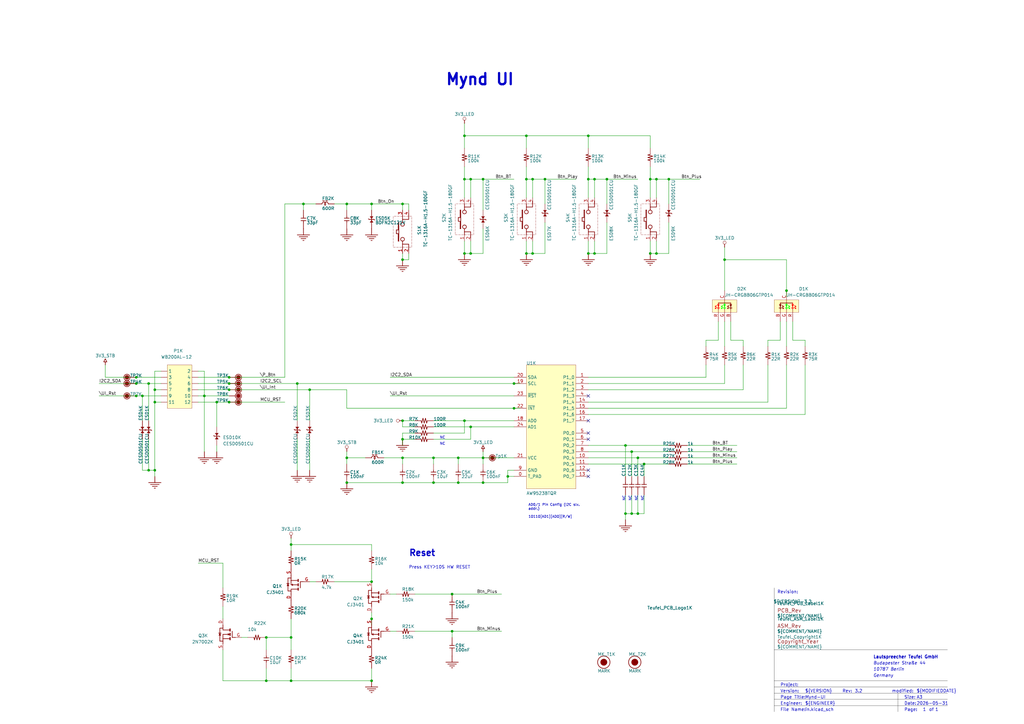
<source format=kicad_sch>
(kicad_sch (version 20231120) (generator "eeschema") (generator_version "8.0")
  (paper "A3")
  (title_block (title "Mynd-UI") (rev "3.2"))
  (junction (at 215.9 103.9622))
  (junction (at 266.7 103.9622))
  (junction (at 223.52 73.4822))
  (junction (at 93.98 154.7622))
  (junction (at 256.54 210.6422))
  (junction (at 142.24 197.9422))
  (junction (at 322.58 119.2022))
  (junction (at 261.62 210.6422))
  (junction (at 165.1 106.5022))
  (junction (at 193.04 103.9622))
  (junction (at 60.96 157.3022))
  (junction (at 63.5 159.8422))
  (junction (at 297.18 106.5022))
  (junction (at 190.5 172.5422))
  (junction (at 185.42 243.6622))
  (junction (at 109.22 261.4422))
  (junction (at 142.24 187.7822))
  (junction (at 187.96 187.7822))
  (junction (at 165.1 172.5422))
  (junction (at 218.44 73.4822))
  (junction (at 119.38 279.2222))
  (junction (at 165.1 197.9422))
  (junction (at 218.44 103.9622))
  (junction (at 193.04 73.4822))
  (junction (at 269.24 73.4822))
  (junction (at 243.84 103.9622))
  (junction (at 190.5 103.9622))
  (junction (at 58.42 162.3822))
  (junction (at 208.28 195.4022))
  (junction (at 127 159.8422))
  (junction (at 259.08 185.2422))
  (junction (at 264.16 190.3222))
  (junction (at 210.82 167.4622))
  (junction (at 256.54 182.7022))
  (junction (at 119.38 261.4422))
  (junction (at 241.3 103.9622))
  (junction (at 165.1 187.7822))
  (junction (at 60.96 192.8622))
  (junction (at 210.82 157.3022))
  (junction (at 93.98 157.3022))
  (junction (at 274.32 73.4822))
  (junction (at 152.4 83.6422))
  (junction (at 121.92 157.3022))
  (junction (at 198.12 73.4822))
  (junction (at 190.5 73.4822))
  (junction (at 215.9 55.7022))
  (junction (at 193.04 175.0822))
  (junction (at 190.5 55.7022))
  (junction (at 152.4 238.5822))
  (junction (at 93.98 159.8422))
  (junction (at 88.9 164.9222))
  (junction (at 187.96 197.9422))
  (junction (at 93.98 164.9222))
  (junction (at 185.42 258.9022))
  (junction (at 165.1 180.1622))
  (junction (at 152.4 253.8222))
  (junction (at 261.62 187.7822))
  (junction (at 63.5 164.9222))
  (junction (at 55.88 162.3822))
  (junction (at 248.92 73.4822))
  (junction (at 177.8 197.9422))
  (junction (at 152.4 279.2222))
  (junction (at 165.1 83.6422))
  (junction (at 124.46 83.6422))
  (junction (at 142.24 83.6422))
  (junction (at 266.7 73.4822))
  (junction (at 177.8 187.7822))
  (junction (at 83.82 162.3822))
  (junction (at 241.3 55.7022))
  (junction (at 198.12 187.7822))
  (junction (at 198.12 197.9422))
  (junction (at 259.08 210.6422))
  (junction (at 55.88 154.7622))
  (junction (at 55.88 157.3022))
  (junction (at 109.22 279.2222))
  (junction (at 63.5 192.8622))
  (junction (at 243.84 73.4822))
  (junction (at 215.9 73.4822))
  (junction (at 269.24 103.9622))
  (junction (at 119.38 223.3422))
  (junction (at 241.3 73.4822))
  (no_connect (at 241.3 177.6222))
  (no_connect (at 241.3 162.3822))
  (no_connect (at 241.3 195.4022))
  (no_connect (at 241.3 172.5422))
  (no_connect (at 241.3 180.1622))
  (no_connect (at 241.3 192.8622))
  (wire (pts (xy 304.8 149.6822) (xy 304.8 159.8422)))
  (wire (pts (xy 193.04 98.8822) (xy 193.04 103.9622)))
  (wire (pts (xy 322.58 142.0622) (xy 322.58 131.9022)))
  (wire (pts (xy 256.54 182.7022) (xy 274.32 182.7022)))
  (wire (pts (xy 177.8 197.9422) (xy 165.1 197.9422)))
  (polyline (pts (xy 317.5 284.3022) (xy 388.62 284.3022)) (stroke (width 0.0254) (type solid) (color 0 0 0 1)))
  (wire (pts (xy 177.8 172.5422) (xy 190.5 172.5422)))
  (wire (pts (xy 93.98 164.9222) (xy 116.84 164.9222)))
  (wire (pts (xy 88.9 175.0822) (xy 88.9 164.9222)))
  (wire (pts (xy 129.54 238.5822) (xy 127 238.5822)))
  (wire (pts (xy 152.4 233.5022) (xy 152.4 238.5822)))
  (wire (pts (xy 261.62 195.4022) (xy 261.62 187.7822)))
  (wire (pts (xy 330.2 170.0022) (xy 241.3 170.0022)))
  (wire (pts (xy 83.82 162.3822) (xy 93.98 162.3822)))
  (wire (pts (xy 236.22 73.4822) (xy 223.52 73.4822)))
  (wire (pts (xy 243.84 73.4822) (xy 248.92 73.4822)))
  (wire (pts (xy 190.5 172.5422) (xy 190.5 177.6222)))
  (wire (pts (xy 215.9 68.4022) (xy 215.9 73.4822)))
  (wire (pts (xy 193.04 73.4822) (xy 190.5 73.4822)))
  (wire (pts (xy 187.96 187.7822) (xy 187.96 190.3222)))
  (wire (pts (xy 137.16 83.6422) (xy 142.24 83.6422)))
  (wire (pts (xy 58.42 172.5422) (xy 58.42 162.3822)))
  (wire (pts (xy 299.72 139.5222) (xy 304.8 139.5222)))
  (wire (pts (xy 177.8 175.0822) (xy 193.04 175.0822)))
  (wire (pts (xy 297.18 119.2022) (xy 297.18 106.5022)))
  (wire (pts (xy 266.7 55.7022) (xy 241.3 55.7022)))
  (wire (pts (xy 215.9 103.9622) (xy 215.9 98.8822)))
  (wire (pts (xy 119.38 279.2222) (xy 109.22 279.2222)))
  (wire (pts (xy 127 172.5422) (xy 127 159.8422)))
  (wire (pts (xy 142.24 187.7822) (xy 149.86 187.7822)))
  (wire (pts (xy 213.36 157.3022) (xy 210.82 157.3022)))
  (wire (pts (xy 152.4 279.2222) (xy 152.4 274.1422)))
  (wire (pts (xy 269.24 81.1022) (xy 269.24 73.4822)))
  (wire (pts (xy 223.52 73.4822) (xy 223.52 83.6422)))
  (wire (pts (xy 266.7 60.7822) (xy 266.7 55.7022)))
  (wire (pts (xy 193.04 175.0822) (xy 210.82 175.0822)))
  (wire (pts (xy 58.42 192.8622) (xy 60.96 192.8622)))
  (wire (pts (xy 287.02 73.4822) (xy 274.32 73.4822)))
  (wire (pts (xy 289.56 149.6822) (xy 289.56 154.7622)))
  (wire (pts (xy 165.1 197.9422) (xy 142.24 197.9422)))
  (wire (pts (xy 208.28 195.4022) (xy 210.82 195.4022)))
  (wire (pts (xy 119.38 279.2222) (xy 119.38 274.1422)))
  (wire (pts (xy 83.82 162.3822) (xy 83.82 185.2422)))
  (wire (pts (xy 152.4 279.2222) (xy 119.38 279.2222)))
  (wire (pts (xy 119.38 266.5222) (xy 119.38 261.4422)))
  (wire (pts (xy 93.98 157.3022) (xy 81.28 157.3022)))
  (wire (pts (xy 63.5 164.9222) (xy 63.5 192.8622)))
  (wire (pts (xy 241.3 185.2422) (xy 259.08 185.2422)))
  (wire (pts (xy 187.96 197.9422) (xy 177.8 197.9422)))
  (wire (pts (xy 264.16 190.3222) (xy 274.32 190.3222)))
  (wire (pts (xy 165.1 180.1622) (xy 165.1 182.7022)))
  (wire (pts (xy 93.98 159.8422) (xy 81.28 159.8422)))
  (wire (pts (xy 223.52 91.2622) (xy 223.52 103.9622)))
  (wire (pts (xy 55.88 154.7622) (xy 43.18 154.7622)))
  (wire (pts (xy 142.24 185.2422) (xy 142.24 187.7822)))
  (wire (pts (xy 170.18 175.0822) (xy 165.1 175.0822)))
  (wire (pts (xy 241.3 182.7022) (xy 256.54 182.7022)))
  (wire (pts (xy 165.1 180.1622) (xy 170.18 180.1622)))
  (wire (pts (xy 55.88 162.3822) (xy 58.42 162.3822)))
  (wire (pts (xy 91.44 279.2222) (xy 91.44 266.5222)))
  (wire (pts (xy 58.42 180.1622) (xy 58.42 192.8622)))
  (wire (pts (xy 261.62 187.7822) (xy 274.32 187.7822)))
  (wire (pts (xy 91.44 253.8222) (xy 91.44 248.7422)))
  (wire (pts (xy 121.92 157.3022) (xy 93.98 157.3022)))
  (wire (pts (xy 259.08 195.4022) (xy 259.08 185.2422)))
  (wire (pts (xy 241.3 73.4822) (xy 241.3 68.4022)))
  (wire (pts (xy 297.18 106.5022) (xy 297.18 101.4222)))
  (wire (pts (xy 190.5 103.9622) (xy 190.5 98.8822)))
  (polyline (pts (xy 317.5 279.2222) (xy 388.62 279.2222)) (stroke (width 0.0254) (type solid) (color 0 0 0 1)))
  (wire (pts (xy 190.5 172.5422) (xy 210.82 172.5422)))
  (wire (pts (xy 302.26 187.7822) (xy 281.94 187.7822)))
  (wire (pts (xy 190.5 81.1022) (xy 190.5 73.4822)))
  (wire (pts (xy 261.62 210.6422) (xy 259.08 210.6422)))
  (wire (pts (xy 241.3 81.1022) (xy 241.3 73.4822)))
  (wire (pts (xy 162.56 243.6622) (xy 160.02 243.6622)))
  (wire (pts (xy 330.2 149.6822) (xy 330.2 170.0022)))
  (wire (pts (xy 218.44 103.9622) (xy 215.9 103.9622)))
  (wire (pts (xy 256.54 210.6422) (xy 256.54 203.0222)))
  (wire (pts (xy 210.82 157.3022) (xy 121.92 157.3022)))
  (wire (pts (xy 198.12 73.4822) (xy 193.04 73.4822)))
  (wire (pts (xy 193.04 103.9622) (xy 190.5 103.9622)))
  (wire (pts (xy 193.04 180.1622) (xy 177.8 180.1622)))
  (wire (pts (xy 63.5 192.8622) (xy 63.5 195.4022)))
  (wire (pts (xy 325.12 131.9022) (xy 325.12 139.5222)))
  (wire (pts (xy 266.7 73.4822) (xy 266.7 81.1022)))
  (wire (pts (xy 60.96 172.5422) (xy 60.96 157.3022)))
  (wire (pts (xy 193.04 81.1022) (xy 193.04 73.4822)))
  (wire (pts (xy 314.96 139.5222) (xy 314.96 142.0622)))
  (wire (pts (xy 269.24 103.9622) (xy 266.7 103.9622)))
  (wire (pts (xy 210.82 192.8622) (xy 208.28 192.8622)))
  (wire (pts (xy 129.54 83.6422) (xy 124.46 83.6422)))
  (wire (pts (xy 170.18 243.6622) (xy 185.42 243.6622)))
  (wire (pts (xy 63.5 152.2222) (xy 66.04 152.2222)))
  (wire (pts (xy 198.12 185.2422) (xy 198.12 187.7822)))
  (wire (pts (xy 165.1 187.7822) (xy 177.8 187.7822)))
  (polyline (pts (xy 368.3 291.9222) (xy 368.3 284.3022)) (stroke (width 0.0254) (type solid) (color 0 0 0 1)))
  (wire (pts (xy 185.42 261.4422) (xy 185.42 258.9022)))
  (wire (pts (xy 210.82 167.4622) (xy 142.24 167.4622)))
  (wire (pts (xy 248.92 91.2622) (xy 248.92 103.9622)))
  (wire (pts (xy 88.9 164.9222) (xy 93.98 164.9222)))
  (wire (pts (xy 187.96 187.7822) (xy 198.12 187.7822)))
  (wire (pts (xy 302.26 190.3222) (xy 281.94 190.3222)))
  (wire (pts (xy 330.2 139.5222) (xy 330.2 142.0622)))
  (wire (pts (xy 243.84 81.1022) (xy 243.84 73.4822)))
  (wire (pts (xy 299.72 131.9022) (xy 299.72 139.5222)))
  (wire (pts (xy 167.64 83.6422) (xy 167.64 86.1822)))
  (wire (pts (xy 91.44 241.1222) (xy 91.44 230.9622)))
  (wire (pts (xy 198.12 73.4822) (xy 198.12 86.1822)))
  (wire (pts (xy 88.9 185.2422) (xy 88.9 182.7022)))
  (wire (pts (xy 60.96 192.8622) (xy 63.5 192.8622)))
  (wire (pts (xy 243.84 98.8822) (xy 243.84 103.9622)))
  (wire (pts (xy 269.24 73.4822) (xy 266.7 73.4822)))
  (wire (pts (xy 119.38 223.3422) (xy 119.38 225.8822)))
  (wire (pts (xy 241.3 157.3022) (xy 297.18 157.3022)))
  (wire (pts (xy 165.1 86.1822) (xy 165.1 83.6422)))
  (wire (pts (xy 208.28 192.8622) (xy 208.28 195.4022)))
  (polyline (pts (xy 317.5 286.8422) (xy 388.62 286.8422)) (stroke (width 0.0254) (type solid) (color 0 0 0 1)))
  (wire (pts (xy 165.1 83.6422) (xy 167.64 83.6422)))
  (wire (pts (xy 210.82 162.3822) (xy 160.02 162.3822)))
  (wire (pts (xy 269.24 98.8822) (xy 269.24 103.9622)))
  (wire (pts (xy 325.12 139.5222) (xy 330.2 139.5222)))
  (wire (pts (xy 274.32 73.4822) (xy 274.32 83.6422)))
  (wire (pts (xy 109.22 261.4422) (xy 119.38 261.4422)))
  (polyline (pts (xy 317.5 291.9222) (xy 317.5 266.5222)) (stroke (width 0.0254) (type solid) (color 0 0 0 1)))
  (wire (pts (xy 152.4 83.6422) (xy 165.1 83.6422)))
  (wire (pts (xy 66.04 159.8422) (xy 63.5 159.8422)))
  (wire (pts (xy 320.04 131.9022) (xy 320.04 139.5222)))
  (wire (pts (xy 142.24 167.4622) (xy 142.24 159.8422)))
  (wire (pts (xy 256.54 195.4022) (xy 256.54 182.7022)))
  (wire (pts (xy 259.08 210.6422) (xy 256.54 210.6422)))
  (wire (pts (xy 66.04 154.7622) (xy 55.88 154.7622)))
  (wire (pts (xy 210.82 73.4822) (xy 198.12 73.4822)))
  (wire (pts (xy 190.5 73.4822) (xy 190.5 68.4022)))
  (wire (pts (xy 190.5 60.7822) (xy 190.5 55.7022)))
  (wire (pts (xy 198.12 93.8022) (xy 198.12 103.9622)))
  (wire (pts (xy 205.74 258.9022) (xy 185.42 258.9022)))
  (wire (pts (xy 177.8 187.7822) (xy 177.8 190.3222)))
  (wire (pts (xy 127 192.8622) (xy 127 180.1622)))
  (wire (pts (xy 109.22 279.2222) (xy 91.44 279.2222)))
  (wire (pts (xy 162.56 258.9022) (xy 160.02 258.9022)))
  (wire (pts (xy 185.42 258.9022) (xy 170.18 258.9022)))
  (polyline (pts (xy 317.5 289.3822) (xy 388.62 289.3822)) (stroke (width 0.0254) (type solid) (color 0 0 0 1)))
  (wire (pts (xy 142.24 83.6422) (xy 152.4 83.6422)))
  (wire (pts (xy 243.84 103.9622) (xy 241.3 103.9622)))
  (wire (pts (xy 261.62 203.0222) (xy 261.62 210.6422)))
  (wire (pts (xy 58.42 162.3822) (xy 66.04 162.3822)))
  (wire (pts (xy 248.92 103.9622) (xy 243.84 103.9622)))
  (wire (pts (xy 152.4 238.5822) (xy 137.16 238.5822)))
  (wire (pts (xy 218.44 73.4822) (xy 215.9 73.4822)))
  (wire (pts (xy 83.82 152.2222) (xy 81.28 152.2222)))
  (wire (pts (xy 241.3 190.3222) (xy 264.16 190.3222)))
  (wire (pts (xy 241.3 167.4622) (xy 322.58 167.4622)))
  (wire (pts (xy 170.18 172.5422) (xy 165.1 172.5422)))
  (wire (pts (xy 160.02 154.7622) (xy 210.82 154.7622)))
  (wire (pts (xy 43.18 154.7622) (xy 43.18 149.6822)))
  (wire (pts (xy 119.38 223.3422) (xy 152.4 223.3422)))
  (wire (pts (xy 259.08 203.0222) (xy 259.08 210.6422)))
  (wire (pts (xy 55.88 157.3022) (xy 40.64 157.3022)))
  (wire (pts (xy 264.16 195.4022) (xy 264.16 190.3222)))
  (wire (pts (xy 142.24 187.7822) (xy 142.24 190.3222)))
  (wire (pts (xy 266.7 68.4022) (xy 266.7 73.4822)))
  (wire (pts (xy 215.9 73.4822) (xy 215.9 81.1022)))
  (wire (pts (xy 314.96 164.9222) (xy 241.3 164.9222)))
  (wire (pts (xy 243.84 73.4822) (xy 241.3 73.4822)))
  (wire (pts (xy 208.28 197.9422) (xy 198.12 197.9422)))
  (wire (pts (xy 157.48 187.7822) (xy 165.1 187.7822)))
  (polyline (pts (xy 317.5 281.7622) (xy 388.62 281.7622)) (stroke (width 0.0254) (type solid) (color 0 0 0 1)))
  (wire (pts (xy 274.32 103.9622) (xy 269.24 103.9622)))
  (wire (pts (xy 91.44 230.9622) (xy 81.28 230.9622)))
  (wire (pts (xy 190.5 55.7022) (xy 215.9 55.7022)))
  (wire (pts (xy 121.92 192.8622) (xy 121.92 180.1622)))
  (wire (pts (xy 109.22 279.2222) (xy 109.22 274.1422)))
  (wire (pts (xy 177.8 187.7822) (xy 187.96 187.7822)))
  (wire (pts (xy 170.18 177.6222) (xy 165.1 177.6222)))
  (wire (pts (xy 322.58 119.2022) (xy 322.58 106.5022)))
  (wire (pts (xy 55.88 162.3822) (xy 40.64 162.3822)))
  (wire (pts (xy 116.84 83.6422) (xy 116.84 154.7622)))
  (wire (pts (xy 152.4 223.3422) (xy 152.4 225.8822)))
  (wire (pts (xy 289.56 154.7622) (xy 241.3 154.7622)))
  (wire (pts (xy 93.98 154.7622) (xy 81.28 154.7622)))
  (wire (pts (xy 121.92 172.5422) (xy 121.92 157.3022)))
  (wire (pts (xy 241.3 60.7822) (xy 241.3 55.7022)))
  (wire (pts (xy 264.16 210.6422) (xy 261.62 210.6422)))
  (wire (pts (xy 256.54 213.1822) (xy 256.54 210.6422)))
  (wire (pts (xy 142.24 159.8422) (xy 127 159.8422)))
  (wire (pts (xy 124.46 83.6422) (xy 116.84 83.6422)))
  (wire (pts (xy 259.08 185.2422) (xy 274.32 185.2422)))
  (wire (pts (xy 81.28 162.3822) (xy 83.82 162.3822)))
  (wire (pts (xy 274.32 91.2622) (xy 274.32 103.9622)))
  (wire (pts (xy 198.12 103.9622) (xy 193.04 103.9622)))
  (wire (pts (xy 215.9 55.7022) (xy 241.3 55.7022)))
  (wire (pts (xy 320.04 139.5222) (xy 314.96 139.5222)))
  (wire (pts (xy 241.3 187.7822) (xy 261.62 187.7822)))
  (wire (pts (xy 119.38 261.4422) (xy 119.38 253.8222)))
  (wire (pts (xy 198.12 187.7822) (xy 198.12 190.3222)))
  (wire (pts (xy 322.58 121.7422) (xy 322.58 119.2022)))
  (wire (pts (xy 165.1 106.5022) (xy 165.1 103.9622)))
  (wire (pts (xy 215.9 60.7822) (xy 215.9 55.7022)))
  (wire (pts (xy 190.5 55.7022) (xy 190.5 50.6222)))
  (wire (pts (xy 264.16 203.0222) (xy 264.16 210.6422)))
  (wire (pts (xy 302.26 185.2422) (xy 281.94 185.2422)))
  (wire (pts (xy 66.04 157.3022) (xy 60.96 157.3022)))
  (wire (pts (xy 274.32 73.4822) (xy 269.24 73.4822)))
  (wire (pts (xy 304.8 159.8422) (xy 241.3 159.8422)))
  (wire (pts (xy 116.84 154.7622) (xy 93.98 154.7622)))
  (wire (pts (xy 99.06 261.4422) (xy 101.6 261.4422)))
  (wire (pts (xy 193.04 175.0822) (xy 193.04 180.1622)))
  (wire (pts (xy 304.8 139.5222) (xy 304.8 142.0622)))
  (wire (pts (xy 208.28 195.4022) (xy 208.28 197.9422)))
  (polyline (pts (xy 317.5 266.5222) (xy 388.62 266.5222)) (stroke (width 0.0254) (type solid) (color 0 0 0 1)))
  (wire (pts (xy 167.64 106.5022) (xy 165.1 106.5022)))
  (wire (pts (xy 185.42 243.6622) (xy 205.74 243.6622)))
  (wire (pts (xy 142.24 86.1822) (xy 142.24 83.6422)))
  (wire (pts (xy 198.12 197.9422) (xy 187.96 197.9422)))
  (wire (pts (xy 60.96 180.1622) (xy 60.96 192.8622)))
  (wire (pts (xy 218.44 81.1022) (xy 218.44 73.4822)))
  (wire (pts (xy 223.52 103.9622) (xy 218.44 103.9622)))
  (wire (pts (xy 289.56 139.5222) (xy 289.56 142.0622)))
  (wire (pts (xy 297.18 157.3022) (xy 297.18 149.6822)))
  (wire (pts (xy 241.3 103.9622) (xy 241.3 98.8822)))
  (wire (pts (xy 294.64 139.5222) (xy 289.56 139.5222)))
  (wire (pts (xy 167.64 103.9622) (xy 167.64 106.5022)))
  (polyline (pts (xy 317.5 266.5222) (xy 317.5 241.1222)) (stroke (width 0.0254) (type solid) (color 0 0 0 1)))
  (wire (pts (xy 190.5 177.6222) (xy 177.8 177.6222)))
  (wire (pts (xy 63.5 164.9222) (xy 66.04 164.9222)))
  (wire (pts (xy 322.58 167.4622) (xy 322.58 149.6822)))
  (wire (pts (xy 248.92 73.4822) (xy 248.92 83.6422)))
  (wire (pts (xy 109.22 266.5222) (xy 109.22 261.4422)))
  (wire (pts (xy 124.46 86.1822) (xy 124.46 83.6422)))
  (wire (pts (xy 314.96 149.6822) (xy 314.96 164.9222)))
  (wire (pts (xy 60.96 157.3022) (xy 55.88 157.3022)))
  (wire (pts (xy 63.5 159.8422) (xy 63.5 152.2222)))
  (wire (pts (xy 152.4 253.8222) (xy 152.4 251.2822)))
  (wire (pts (xy 302.26 182.7022) (xy 281.94 182.7022)))
  (wire (pts (xy 119.38 220.8022) (xy 119.38 223.3422)))
  (wire (pts (xy 297.18 142.0622) (xy 297.18 131.9022)))
  (wire (pts (xy 165.1 177.6222) (xy 165.1 180.1622)))
  (wire (pts (xy 294.64 131.9022) (xy 294.64 139.5222)))
  (wire (pts (xy 165.1 187.7822) (xy 165.1 190.3222)))
  (wire (pts (xy 83.82 162.3822) (xy 83.82 152.2222)))
  (wire (pts (xy 218.44 98.8822) (xy 218.44 103.9622)))
  (wire (pts (xy 165.1 175.0822) (xy 165.1 172.5422)))
  (wire (pts (xy 127 159.8422) (xy 93.98 159.8422)))
  (wire (pts (xy 248.92 73.4822) (xy 261.62 73.4822)))
  (wire (pts (xy 152.4 256.3622) (xy 152.4 253.8222)))
  (wire (pts (xy 81.28 164.9222) (xy 88.9 164.9222)))
  (wire (pts (xy 198.12 187.7822) (xy 210.82 187.7822)))
  (wire (pts (xy 152.4 83.6422) (xy 152.4 86.1822)))
  (wire (pts (xy 322.58 106.5022) (xy 297.18 106.5022)))
  (wire (pts (xy 63.5 159.8422) (xy 63.5 164.9222)))
  (wire (pts (xy 223.52 73.4822) (xy 218.44 73.4822)))
  (wire (pts (xy 266.7 103.9622) (xy 266.7 98.8822)))
  (wire (pts (xy 213.36 167.4622) (xy 210.82 167.4622)))
  (text_box "AD0/1 Pin Config (I2C slv. addr.)\n\n10110[AD1][AD0][R/W]" (at 241.3 205.5622 0) (size -25.4 7.62) (stroke (width -0.0001) (color 0 0 0 1)) (fill (type color) (color 255 255 255 1)) (effects (font (size 1.016 1.016)) (justify left top)))
  (text "${MODIFIEDDATE}" (at 375.92 284.3022 0) (effects (font (size 1.27 1.27)) (justify left bottom)))
  (text "Project:" (at 320.04 281.7622 0) (effects (font (size 1.27 1.27)) (justify left bottom)))
  (text "${##}" (at 383.54 291.9222 0) (effects (font (size 1.27 1.27)) (justify left bottom)))
  (text "${#}" (at 378.46 291.9222 0) (effects (font (size 1.27 1.27)) (justify left bottom)))
  (text "Mynd UI" (at 196.85 35.3822 0) (effects (font (size 4.572 4.572) (thickness 0.9144) (bold yes)) (justify bottom)))
  (text "Page:" (at 370.84 291.9222 0) (effects (font (size 1.27 1.27)) (justify left bottom)))
  (text "Budapester Straße 44" (at 358.14 272.8722 0) (effects (font (size 1.27 1.27) (italic yes)) (justify left bottom)))
  (text "NC" (at 256.54 205.5622 90) (effects (font (size 1.016 1.016)) (justify left bottom)))
  (text "NC" (at 180.34 180.1622 0) (effects (font (size 1.016 1.016)) (justify left bottom)))
  (text "Reset" (at 167.64 228.4222 0) (effects (font (size 2.54 2.54) (thickness 0.508) (bold yes)) (justify left bottom)))
  (text "10787 Berlin" (at 358.14 275.4122 0) (effects (font (size 1.27 1.27) (italic yes)) (justify left bottom)))
  (text "Size:" (at 370.84 286.8422 0) (effects (font (size 1.27 1.27)) (justify left bottom)))
  (text "NC" (at 180.34 182.7022 0) (effects (font (size 1.016 1.016)) (justify left bottom)))
  (text "${VERSION}" (at 330.2 284.3022 0) (effects (font (size 1.27 1.27)) (justify left bottom)))
  (text "NC" (at 261.62 205.5622 90) (effects (font (size 1.016 1.016)) (justify left bottom)))
  (text "A3" (at 375.92 286.8422 0) (effects (font (size 1.27 1.27)) (justify left bottom)))
  (text "Revision:" (at 318.77 243.6622 0) (effects (font (size 1.27 1.27)) (justify left bottom)))
  (text "Engineer:" (at 320.04 289.3822 0) (effects (font (size 1.27 1.27)) (justify left bottom)))
  (text "NC" (at 264.16 205.5622 90) (effects (font (size 1.016 1.016)) (justify left bottom)))
  (text "Page Title:" (at 320.04 286.8422 0) (effects (font (size 1.27 1.27)) (justify left bottom)))
  (text "${REVISION}" (at 350.52 284.3022 0) (effects (font (size 1.27 1.27)) (justify left bottom)))
  (text "Press KEY＞10S HW RESET" (at 167.64 233.5022 0) (effects (font (size 1.27 1.27)) (justify left bottom)))
  (text "Version:" (at 320.04 284.3022 0) (effects (font (size 1.27 1.27)) (justify left bottom)))
  (text "of" (at 381 291.9222 0) (effects (font (size 1.27 1.27)) (justify left bottom)))
  (text "Rev:" (at 345.44 284.3022 0) (effects (font (size 1.27 1.27)) (justify left bottom)))
  (text "Lautspreecher Teufel GmbH" (at 358.14 270.3322 0) (effects (font (size 1.27 1.27) (thickness 0.254) (bold yes)) (justify left bottom)))
  (text "modified:" (at 365.76 284.3022 0) (effects (font (size 1.27 1.27)) (justify left bottom)))
  (text "File Name:" (at 320.04 291.9222 0) (effects (font (size 1.27 1.27)) (justify left bottom)))
  (text "NC" (at 259.08 205.5622 90) (effects (font (size 1.016 1.016)) (justify left bottom)))
  (text "Date:" (at 370.84 289.3822 0) (effects (font (size 1.27 1.27)) (justify left bottom)))
  (text "${PROJECTNAME}" (at 330.2 281.7622 0) (effects (font (size 1.27 1.27)) (justify left bottom)))
  (text "${TITLE}" (at 330.2 286.8422 0) (effects (font (size 1.27 1.27)) (justify left bottom)))
  (text "${FILENAME}" (at 330.2 291.9222 0) (effects (font (size 1.27 1.27)) (justify left bottom)))
  (text "${ENGINEER}" (at 330.2 289.3822 0) (effects (font (size 1.27 1.27)) (justify left bottom)))
  (text "Germany" (at 358.14 277.9522 0) (effects (font (size 1.27 1.27) (italic yes)) (justify left bottom)))
  (text "${CURRENT_DATE}" (at 375.92 289.3822 0) (effects (font (size 1.27 1.27)) (justify left bottom)))
  (label "Btn_Minus" (at 195.58 258.9022 0))
  (label "Btn_Play" (at 228.6 73.4822 0))
  (label "\\P_Btn" (at 106.68 154.7622 0))
  (label "MCU_RST" (at 81.28 230.9622 0))
  (label "Btn_Play" (at 292.1 185.2422 0))
  (label "Btn_Plus" (at 195.58 243.6622 0))
  (label "Btn_On" (at 154.94 83.6422 0))
  (label "Btn_Minus" (at 251.46 73.4822 0))
  (label "\\UI_Rst" (at 160.02 162.3822 0))
  (label "MCU_RST" (at 106.68 164.9222 0))
  (label "Btn_Plus" (at 292.1 190.3222 0))
  (label "\\UI_Rst" (at 40.64 162.3822 0))
  (label "I2C2_SDA" (at 160.02 154.7622 0))
  (label "Btn_BT" (at 203.2 73.4822 0))
  (label "Btn_Minus" (at 292.1 187.7822 0))
  (label "Btn_BT" (at 292.1 182.7022 0))
  (label "I2C2_SCL" (at 106.68 157.3022 0))
  (label "\\UI_Int" (at 106.68 159.8422 0))
  (label "Btn_Plus" (at 279.4 73.4822 0))
  (label "I2C2_SDA" (at 40.64 157.3022 0))
  (symbol (lib_id "Mynd_UI-altium-import:GND_POWER_GROUND") (at 185.42 251.2822 0) (unit 1)
    (property "Reference" "#PWR?" (effects (hide yes)))
    (property "Value" "GND" (effects (hide yes)))
  )
  (symbol (lib_id "Mynd_UI-altium-import:GND_POWER_GROUND") (at 241.3 103.9622 0) (unit 1)
    (property "Reference" "#PWR?" (effects (hide yes)))
    (property "Value" "GND" (effects (hide yes)))
  )
  (symbol (lib_id "Mynd_UI-altium-import:root_0_mirrored_Bead1") (at 157.48 187.7822 0) (unit 1)
    (property "Reference" "FB1K" (at 152.4 186.2582 0) (effects (justify left bottom)))
    (property "Value" "${ALTIUM_VALUE}" (at 152.4 190.3222 0) (effects (justify left bottom)))
    (property "Footprint" "L0603" (effects (hide yes)))
    (property "Description" "PS SMD FERRITE BEAD 600OHM 25% 0603" (effects (hide yes)))
    (property "MANUFACTURER" "[TSA]" (effects (hide yes)))
    (property "CURRENT" "0.5A" (effects (hide yes)))
    (property "TOLERANCE" "1:25%" (effects (hide yes)))
    (property "FREQUENCY" "100MHz" (effects (hide yes)))
    (property "PART_NUMBER" "FCM1608KF-601T05" (effects (hide yes)))
    (property "PART_TYPE" "Ferrite Bead SMT" (effects (hide yes)))
    (property "ALTIUM_VALUE" "600R" (effects (hide yes)))
  )
  (symbol (lib_id "Mynd_UI-altium-import:GND_POWER_GROUND") (at 190.5 103.9622 0) (unit 1)
    (property "Reference" "#PWR?" (effects (hide yes)))
    (property "Value" "GND" (effects (hide yes)))
  )
  (symbol (lib_id "Mynd_UI-altium-import:root_0_Teufel_PCB_Label") (at 318.77 251.2822 0) (unit 1)
    (property "Reference" "Teufel_PCB_Label1K" (at 318.77 248.2342 0) (effects (justify left bottom)))
    (property "Value" "${COMMENT/NAME}" (at 318.77 253.3142 0) (effects (justify left bottom)))
    (property "Footprint" "Teufel_PCB_Rev" (effects (hide yes)))
    (property "Description" "Teufel_PCB_Label" (effects (hide yes)))
  )
  (symbol (lib_id "Mynd_UI-altium-import:root_0_RES1") (at 274.32 187.7822 0) (unit 1)
    (property "Reference" "R27K" (at 271.78 187.7822 0) (effects (justify left bottom)))
    (property "Value" "${ALTIUM_VALUE}" (at 281.94 187.7822 0) (effects (justify left bottom)))
    (property "Footprint" "R0603" (effects (hide yes)))
    (property "Description" "GPHF SMD RES. 1KOHM 1/10W 1% 0603" (effects (hide yes)))
    (property "MANUFACTURER" "Multi-Sourced" (effects (hide yes)))
    (property "TOLERANCE" "1%" (effects (hide yes)))
    (property "WATTAGE" "1/10W" (effects (hide yes)))
    (property "PART_NUMBER" "Generic" (effects (hide yes)))
    (property "PART_TYPE" "Resistor SMT" (effects (hide yes)))
    (property "TEMP_COEFFICIENT" "150ppm" (effects (hide yes)))
    (property "ALTIUM_VALUE" "1k" (effects (hide yes)))
  )
  (symbol (lib_id "Mynd_UI-altium-import:root_0_TP") (at 93.98 164.9222 0) (unit 1)
    (property "Reference" "TP9K" (at 88.9 164.9222 0) (effects (justify left bottom)))
    (property "Value" "TP12" (effects (hide yes)))
    (property "Footprint" "TP120" (effects (hide yes)))
    (property "Description" "Test Point" (effects (hide yes)))
    (property "DESIGN ITEM ID" "TP" (effects (hide yes)))
  )
  (symbol (lib_id "Mynd_UI-altium-import:root_2_P-MOS1") (at 157.48 261.4422 0) (unit 1)
    (property "Reference" "Q4K" (at 144.78 261.4422 0) (effects (justify left bottom)))
    (property "Value" "${ALTIUM_VALUE}" (at 142.24 263.9822 0) (effects (justify left bottom)))
    (property "Footprint" "SOT23-GSD" (effects (hide yes)))
    (property "Description" "GPHF SMD FET 3P -30V SOT-23 CJ3401 CJ" (effects (hide yes)))
    (property "CURRENT" "-4.2V" (effects (hide yes)))
    (property "MANUFACTURER" "CJ" (effects (hide yes)))
    (property "PART_NUMBER" "CJ3401" (effects (hide yes)))
    (property "PART_TYPE" "Semiconductor Transistor SMT" (effects (hide yes)))
    (property "VOLTAGE" "-30" (effects (hide yes)))
    (property "ALTIUM_VALUE" "${PART_NUMBER}" (effects (hide yes)))
  )
  (symbol (lib_id "Mynd_UI-altium-import:3V3_STB_CIRCLE") (at 142.24 185.2422 180) (unit 1)
    (property "Reference" "#PWR?" (effects (hide yes)))
    (property "Value" "3V3_STB" (at 142.24 181.4322 0))
  )
  (symbol (lib_id "Mynd_UI-altium-import:root_3_CAP1") (at 264.16 195.4022 0) (unit 1)
    (property "Reference" "C14K" (at 264.16 195.4022 90) (effects (justify left bottom)))
    (property "Value" "${ALTIUM_VALUE}" (effects (hide yes)))
    (property "Footprint" "C0603X100" (effects (hide yes)))
    (property "Description" "GPHF SMD M CAP 100nF 16V ±10%  0603 X7R" (effects (hide yes)))
    (property "MANUFACTURER" "Multi-Sourced" (effects (hide yes)))
    (property "TOLERANCE" "±10%" (effects (hide yes)))
    (property "VOLTAGE" "16V" (effects (hide yes)))
    (property "PART_NUMBER" "Generic" (effects (hide yes)))
    (property "PART_TYPE" "Capacitor ceramic SMT" (effects (hide yes)))
    (property "TEMP_COEFFICIENT" "X7R" (effects (hide yes)))
    (property "ALTIUM_VALUE" "NC" (effects (hide yes)))
  )
  (symbol (lib_id "Mynd_UI-altium-import:root_3_mirrored_CAP1") (at 185.42 243.6622 0) (unit 1)
    (property "Reference" "C4K" (at 186.69 247.7262 0) (effects (justify left bottom)))
    (property "Value" "${ALTIUM_VALUE}" (at 186.69 249.5042 0) (effects (justify left bottom)))
    (property "Footprint" "C0603X100" (effects (hide yes)))
    (property "Description" "GPHF SMD M CAP 100nF 16V ±10%  0603 X7R" (effects (hide yes)))
    (property "MANUFACTURER" "Multi-Sourced" (effects (hide yes)))
    (property "VOLTAGE" "16V" (effects (hide yes)))
    (property "TOLERANCE" "±10%" (effects (hide yes)))
    (property "PART_NUMBER" "Generic" (effects (hide yes)))
    (property "PART_TYPE" "Capacitor ceramic SMT" (effects (hide yes)))
    (property "TEMP_COEFFICIENT" "X7R" (effects (hide yes)))
    (property "ALTIUM_VALUE" "100nF" (effects (hide yes)))
  )
  (symbol (lib_id "Mynd_UI-altium-import:GND_POWER_GROUND") (at 124.46 93.8022 0) (unit 1)
    (property "Reference" "#PWR?" (effects (hide yes)))
    (property "Value" "GND" (effects (hide yes)))
  )
  (symbol (lib_id "Mynd_UI-altium-import:root_0_mirrored_TP") (at 55.88 162.3822 0) (unit 1)
    (property "Reference" "TP7K" (at 53.34 162.3822 0) (effects (justify left bottom)))
    (property "Value" "TP12" (effects (hide yes)))
    (property "Footprint" "TP120" (effects (hide yes)))
    (property "Description" "Test Point" (effects (hide yes)))
    (property "DESIGN ITEM ID" "TP" (effects (hide yes)))
  )
  (symbol (lib_id "Mynd_UI-altium-import:root_1_DIODE_BID_ESD2") (at 121.92 180.1622 0) (unit 1)
    (property "Reference" "ESD2K" (at 121.92 172.5422 90) (effects (justify left bottom)))
    (property "Value" "${ALTIUM_VALUE}" (at 121.92 190.3222 90) (effects (justify left bottom)))
    (property "Footprint" "DFN2_100X60X50_65" (effects (hide yes)))
    (property "Description" "SMD TVS 2P 5.5 DFN1006 CESD0501CU CTE" (effects (hide yes)))
    (property "MANUFACTURER" "CTE" (effects (hide yes)))
    (property "PART_NUMBER" "CESD0501CU" (effects (hide yes)))
    (property "PART_TYPE" "Semiconductor Diode TVS SMT" (effects (hide yes)))
    (property "VOLTAGE" "5.5V" (effects (hide yes)))
    (property "ALTIUM_VALUE" "${PART_NUMBER}" (effects (hide yes)))
  )
  (symbol (lib_id "Mynd_UI-altium-import:root_0_RES1") (at 274.32 190.3222 0) (unit 1)
    (property "Reference" "R28K" (at 271.78 190.3222 0) (effects (justify left bottom)))
    (property "Value" "${ALTIUM_VALUE}" (at 281.94 190.3222 0) (effects (justify left bottom)))
    (property "Footprint" "R0603" (effects (hide yes)))
    (property "Description" "GPHF SMD RES. 1KOHM 1/10W 1% 0603" (effects (hide yes)))
    (property "MANUFACTURER" "Multi-Sourced" (effects (hide yes)))
    (property "TOLERANCE" "1%" (effects (hide yes)))
    (property "WATTAGE" "1/10W" (effects (hide yes)))
    (property "PART_NUMBER" "Generic" (effects (hide yes)))
    (property "PART_TYPE" "Resistor SMT" (effects (hide yes)))
    (property "TEMP_COEFFICIENT" "150ppm" (effects (hide yes)))
    (property "ALTIUM_VALUE" "1k" (effects (hide yes)))
  )
  (symbol (lib_id "Mynd_UI-altium-import:GND_POWER_GROUND") (at 256.54 213.1822 0) (unit 1)
    (property "Reference" "#PWR?" (effects (hide yes)))
    (property "Value" "GND" (effects (hide yes)))
  )
  (symbol (lib_id "Mynd_UI-altium-import:3V3_LED_ARROW") (at 198.12 185.2422 180) (unit 1)
    (property "Reference" "#PWR?" (effects (hide yes)))
    (property "Value" "3V3_LED" (at 198.12 181.4322 0))
  )
  (symbol (lib_id "Mynd_UI-altium-import:root_0_mirrored_TP") (at 55.88 154.7622 0) (unit 1)
    (property "Reference" "TP2K" (at 53.34 154.7622 0) (effects (justify left bottom)))
    (property "Value" "TP12" (effects (hide yes)))
    (property "Footprint" "TP120" (effects (hide yes)))
    (property "Description" "Test Point" (effects (hide yes)))
    (property "DESIGN ITEM ID" "TP" (effects (hide yes)))
  )
  (symbol (lib_id "Mynd_UI-altium-import:root_2_P-MOS1") (at 157.48 246.2022 0) (unit 1)
    (property "Reference" "Q2K" (at 144.78 246.2022 0) (effects (justify left bottom)))
    (property "Value" "${ALTIUM_VALUE}" (at 142.24 248.7422 0) (effects (justify left bottom)))
    (property "Footprint" "SOT23-GSD" (effects (hide yes)))
    (property "Description" "GPHF SMD FET 3P -30V SOT-23 CJ3401 CJ" (effects (hide yes)))
    (property "CURRENT" "-4.2V" (effects (hide yes)))
    (property "MANUFACTURER" "CJ" (effects (hide yes)))
    (property "PART_NUMBER" "CJ3401" (effects (hide yes)))
    (property "PART_TYPE" "Semiconductor Transistor SMT" (effects (hide yes)))
    (property "VOLTAGE" "-30" (effects (hide yes)))
    (property "ALTIUM_VALUE" "${PART_NUMBER}" (effects (hide yes)))
  )
  (symbol (lib_id "Mynd_UI-altium-import:root_1_TACT_SW_A") (at 187.96 96.3422 0) (unit 1)
    (property "Reference" "S2K" (at 182.88 91.2622 90) (effects (justify left bottom)))
    (property "Value" "${ALTIUM_VALUE}" (at 185.42 98.8822 90) (effects (justify left bottom)))
    (property "Footprint" "TACT_SW_SMD_52X52X15" (effects (hide yes)))
    (property "Description" "SMD SWITCH 4P TC-1316A-H1.5-180G" (effects (hide yes)))
    (property "MANUFACTURER" "[MINGHENG]" (effects (hide yes)))
    (property "PART_NUMBER" "TC-1316A-H1.5-180GF" (effects (hide yes)))
    (property "PART_TYPE" "Tact Switch SMT" (effects (hide yes)))
    (property "ALTIUM_VALUE" "${PART_NUMBER}" (effects (hide yes)))
  )
  (symbol (lib_id "Mynd_UI-altium-import:root_3_mirrored_RES1") (at 314.96 142.0622 0) (unit 1)
    (property "Reference" "R1K" (at 316.23 146.1262 0) (effects (justify left bottom)))
    (property "Value" "${ALTIUM_VALUE}" (at 316.23 147.9042 0) (effects (justify left bottom)))
    (property "Footprint" "R0603" (effects (hide yes)))
    (property "Description" "PS SMD RES. 22OHM 1/10W 5% 0603" (effects (hide yes)))
    (property "TOLERANCE" "5%" (effects (hide yes)))
    (property "MANUFACTURER" "Multi-Sourced" (effects (hide yes)))
    (property "WATTAGE" "1/10W" (effects (hide yes)))
    (property "PART_NUMBER" "Generic" (effects (hide yes)))
    (property "PART_TYPE" "Resistor SMT" (effects (hide yes)))
    (property "TEMP_COEFFICIENT" "150ppm" (effects (hide yes)))
    (property "ALTIUM_VALUE" "22R" (effects (hide yes)))
  )
  (symbol (lib_id "Mynd_UI-altium-import:root_1_DIODE_BID_ESD2") (at 198.12 93.8022 0) (unit 1)
    (property "Reference" "ESD6K" (at 200.66 98.8822 90) (effects (justify left bottom)))
    (property "Value" "${ALTIUM_VALUE}" (at 200.66 86.1822 90) (effects (justify left bottom)))
    (property "Footprint" "DFN2_100X60X50_65" (effects (hide yes)))
    (property "Description" "SMD TVS 2P 5.5 DFN1006 CESD0501CU CTE" (effects (hide yes)))
    (property "MANUFACTURER" "CTE" (effects (hide yes)))
    (property "PART_NUMBER" "CESD0501CU" (effects (hide yes)))
    (property "PART_TYPE" "Semiconductor Diode TVS SMT" (effects (hide yes)))
    (property "VOLTAGE" "5.5V" (effects (hide yes)))
    (property "ALTIUM_VALUE" "${PART_NUMBER}" (effects (hide yes)))
  )
  (symbol (lib_id "Mynd_UI-altium-import:root_0_CON 2X6P") (at 68.58 149.6822 0) (unit 1)
    (property "Reference" "P1K" (at 71.12 144.6022 0) (effects (justify left bottom)))
    (property "Value" "${ALTIUM_VALUE}" (at 66.04 147.1422 0) (effects (justify left bottom)))
    (property "Footprint" "WB200AL_2x6P" (effects (hide yes)))
    (property "Description" "SMD WTB CONNECTOR 12P P2.0mm TIN" (effects (hide yes)))
    (property "MANUFACTURER" "MINGHENG" (effects (hide yes)))
    (property "SYSTEM" "Connector" (effects (hide yes)))
    (property "PART_NUMBER" "WB200AL-12" (effects (hide yes)))
    (property "PART_TYPE" "Connector 2 x 6P" (effects (hide yes)))
    (property "ALTIUM_VALUE" "${PART_NUMBER}" (effects (hide yes)))
  )
  (symbol (lib_id "Mynd_UI-altium-import:root_1_TACT_SW_A") (at 264.16 96.3422 0) (unit 1)
    (property "Reference" "S5K" (at 259.08 91.2622 90) (effects (justify left bottom)))
    (property "Value" "${ALTIUM_VALUE}" (at 261.62 98.8822 90) (effects (justify left bottom)))
    (property "Footprint" "TACT_SW_SMD_52X52X15" (effects (hide yes)))
    (property "Description" "SMD SWITCH 4P TC-1316A-H1.5-180G" (effects (hide yes)))
    (property "MANUFACTURER" "[MINGHENG]" (effects (hide yes)))
    (property "PART_NUMBER" "TC-1316A-H1.5-180GF" (effects (hide yes)))
    (property "PART_TYPE" "Tact Switch SMT" (effects (hide yes)))
    (property "ALTIUM_VALUE" "${PART_NUMBER}" (effects (hide yes)))
  )
  (symbol (lib_id "Mynd_UI-altium-import:root_0_mirrored_RES1") (at 177.8 175.0822 0) (unit 1)
    (property "Reference" "R8K" (at 167.64 175.0822 0) (effects (justify left bottom)))
    (property "Value" "${ALTIUM_VALUE}" (at 177.8 175.0822 0) (effects (justify left bottom)))
    (property "Footprint" "R0603" (effects (hide yes)))
    (property "Description" "PS SMD RES. 100OHM 1/10W 1% 0603" (effects (hide yes)))
    (property "TOLERANCE" "1%" (effects (hide yes)))
    (property "PART_TYPE" "Resistor SMT" (effects (hide yes)))
    (property "ALTIUM_VALUE" "100R" (effects (hide yes)))
    (property "MANUFACTURER" "Multi-Sourced" (effects (hide yes)))
    (property "PART_NUMBER" "Generic" (effects (hide yes)))
    (property "TEMP_COEFFICIENT" "150ppm" (effects (hide yes)))
    (property "WATTAGE" "1/10W" (effects (hide yes)))
  )
  (symbol (lib_id "Mynd_UI-altium-import:root_3_CAP1") (at 124.46 86.1822 0) (unit 1)
    (property "Reference" "C7K" (at 125.73 90.2462 0) (effects (justify left bottom)))
    (property "Value" "${ALTIUM_VALUE}" (at 125.73 92.0242 0) (effects (justify left bottom)))
    (property "Footprint" "C0603X80" (effects (hide yes)))
    (property "Description" "PSHF SMD M CAP 33pF 50V ±5% 0603 NPO" (effects (hide yes)))
    (property "MANUFACTURER" "Multi-Sourced" (effects (hide yes)))
    (property "TOLERANCE" "±5%" (effects (hide yes)))
    (property "VOLTAGE" "50V" (effects (hide yes)))
    (property "PART_NUMBER" "Generic" (effects (hide yes)))
    (property "PART_TYPE" "Capacitor ceramic SMT" (effects (hide yes)))
    (property "TEMP_COEFFICIENT" "NPO" (effects (hide yes)))
    (property "ALTIUM_VALUE" "33pF" (effects (hide yes)))
  )
  (symbol (lib_id "Mynd_UI-altium-import:root_0_mirrored_TP") (at 55.88 157.3022 0) (unit 1)
    (property "Reference" "TP4K" (at 53.34 157.3022 0) (effects (justify left bottom)))
    (property "Value" "TP12" (effects (hide yes)))
    (property "Footprint" "TP120" (effects (hide yes)))
    (property "Description" "Test Point" (effects (hide yes)))
    (property "DESIGN ITEM ID" "TP" (effects (hide yes)))
  )
  (symbol (lib_id "Mynd_UI-altium-import:root_3_mirrored_RES1") (at 297.18 142.0622 0) (unit 1)
    (property "Reference" "R5K" (at 298.45 146.1262 0) (effects (justify left bottom)))
    (property "Value" "${ALTIUM_VALUE}" (at 298.45 147.9042 0) (effects (justify left bottom)))
    (property "Footprint" "R0603" (effects (hide yes)))
    (property "Description" "PS SMD RES. 22OHM 1/10W 5% 0603" (effects (hide yes)))
    (property "TOLERANCE" "5%" (effects (hide yes)))
    (property "MANUFACTURER" "Multi-Sourced" (effects (hide yes)))
    (property "WATTAGE" "1/10W" (effects (hide yes)))
    (property "PART_NUMBER" "Generic" (effects (hide yes)))
    (property "PART_TYPE" "Resistor SMT" (effects (hide yes)))
    (property "TEMP_COEFFICIENT" "150ppm" (effects (hide yes)))
    (property "ALTIUM_VALUE" "22R" (effects (hide yes)))
  )
  (symbol (lib_id "Mynd_UI-altium-import:root_3_mirrored_CAP1") (at 185.42 261.4422 0) (unit 1)
    (property "Reference" "C9K" (at 186.69 265.5062 0) (effects (justify left bottom)))
    (property "Value" "${ALTIUM_VALUE}" (at 186.69 267.2842 0) (effects (justify left bottom)))
    (property "Footprint" "C0603X100" (effects (hide yes)))
    (property "Description" "GPHF SMD M CAP 100nF 16V ±10%  0603 X7R" (effects (hide yes)))
    (property "MANUFACTURER" "Multi-Sourced" (effects (hide yes)))
    (property "VOLTAGE" "16V" (effects (hide yes)))
    (property "TOLERANCE" "±10%" (effects (hide yes)))
    (property "PART_NUMBER" "Generic" (effects (hide yes)))
    (property "PART_TYPE" "Capacitor ceramic SMT" (effects (hide yes)))
    (property "TEMP_COEFFICIENT" "X7R" (effects (hide yes)))
    (property "ALTIUM_VALUE" "100nF" (effects (hide yes)))
  )
  (symbol (lib_id "Mynd_UI-altium-import:root_1_DIODE_BID_ESD2") (at 60.96 180.1622 0) (unit 1)
    (property "Reference" "ESD1K" (at 60.96 172.5422 90) (effects (justify left bottom)))
    (property "Value" "${ALTIUM_VALUE}" (at 60.96 190.3222 90) (effects (justify left bottom)))
    (property "Footprint" "DFN2_100X60X50_65" (effects (hide yes)))
    (property "Description" "SMD TVS 2P 5.5 DFN1006 CESD0501CU CTE" (effects (hide yes)))
    (property "MANUFACTURER" "CTE" (effects (hide yes)))
    (property "PART_NUMBER" "CESD0501CU" (effects (hide yes)))
    (property "PART_TYPE" "Semiconductor Diode TVS SMT" (effects (hide yes)))
    (property "VOLTAGE" "5.5V" (effects (hide yes)))
    (property "ALTIUM_VALUE" "${PART_NUMBER}" (effects (hide yes)))
  )
  (symbol (lib_id "Mynd_UI-altium-import:root_0_Teufel_ASM_Label") (at 318.77 257.6322 0) (unit 1)
    (property "Reference" "Teufel_ASM_Label1K" (at 318.77 254.5842 0) (effects (justify left bottom)))
    (property "Value" "${COMMENT/NAME}" (at 318.77 259.6642 0) (effects (justify left bottom)))
    (property "Footprint" "Teufel_ASM_Rev" (effects (hide yes)))
    (property "Description" "Teufel_ASM_Rev" (effects (hide yes)))
  )
  (symbol (lib_id "Mynd_UI-altium-import:root_0_TP") (at 198.12 187.7822 0) (unit 1)
    (property "Reference" "Tp1K" (at 203.2 187.7822 0) (effects (justify left bottom)))
    (property "Value" "TP_T_60_40" (effects (hide yes)))
    (property "Footprint" "TP_T_60_40" (effects (hide yes)))
    (property "Description" "Test Point" (effects (hide yes)))
    (property "DESIGN ITEM ID" "TP" (effects (hide yes)))
  )
  (symbol (lib_id "Mynd_UI-altium-import:root_1_DIODE_BID_ESD2") (at 58.42 180.1622 0) (unit 1)
    (property "Reference" "ESD4K" (at 58.42 172.5422 90) (effects (justify left bottom)))
    (property "Value" "${ALTIUM_VALUE}" (at 58.42 190.3222 90) (effects (justify left bottom)))
    (property "Footprint" "DFN2_100X60X50_65" (effects (hide yes)))
    (property "Description" "SMD TVS 2P 5.5 DFN1006 CESD0501CU CTE" (effects (hide yes)))
    (property "MANUFACTURER" "CTE" (effects (hide yes)))
    (property "PART_NUMBER" "CESD0501CU" (effects (hide yes)))
    (property "PART_TYPE" "Semiconductor Diode TVS SMT" (effects (hide yes)))
    (property "VOLTAGE" "5.5V" (effects (hide yes)))
    (property "ALTIUM_VALUE" "${PART_NUMBER}" (effects (hide yes)))
  )
  (symbol (lib_id "Mynd_UI-altium-import:root_3_RES1") (at 266.7 60.7822 0) (unit 1)
    (property "Reference" "R14K" (at 267.97 64.8462 0) (effects (justify left bottom)))
    (property "Value" "${ALTIUM_VALUE}" (at 267.97 66.6242 0) (effects (justify left bottom)))
    (property "Footprint" "R0603" (effects (hide yes)))
    (property "Description" "PS SMD RES. 100KOHM 1/10W 1% 0603" (effects (hide yes)))
    (property "TOLERANCE" "1%" (effects (hide yes)))
    (property "PART_TYPE" "Resistor SMT" (effects (hide yes)))
    (property "ALTIUM_VALUE" "100k" (effects (hide yes)))
    (property "MANUFACTURER" "Multi-Sourced" (effects (hide yes)))
    (property "PART_NUMBER" "Generic" (effects (hide yes)))
    (property "TEMP_COEFFICIENT" "150ppm" (effects (hide yes)))
    (property "WATTAGE" "1/10W" (effects (hide yes)))
  )
  (symbol (lib_id "Mynd_UI-altium-import:3V3_LED_CIRCLE") (at 190.5 50.6222 180) (unit 1)
    (property "Reference" "#PWR?" (effects (hide yes)))
    (property "Value" "3V3_LED" (at 190.5 46.8122 0))
  )
  (symbol (lib_id "Mynd_UI-altium-import:root_3_mirrored_RES1") (at 289.56 142.0622 0) (unit 1)
    (property "Reference" "R4K" (at 290.83 146.1262 0) (effects (justify left bottom)))
    (property "Value" "${ALTIUM_VALUE}" (at 290.83 147.9042 0) (effects (justify left bottom)))
    (property "Footprint" "R0603" (effects (hide yes)))
    (property "Description" "PS SMD RES. 75OHM 1/10W 1% 0603" (effects (hide yes)))
    (property "TOLERANCE" "1%" (effects (hide yes)))
    (property "MANUFACTURER" "Multi-Sourced" (effects (hide yes)))
    (property "WATTAGE" "1/10W" (effects (hide yes)))
    (property "PART_NUMBER" "Generic" (effects (hide yes)))
    (property "PART_TYPE" "Resistor SMT" (effects (hide yes)))
    (property "TEMP_COEFFICIENT" "150ppm" (effects (hide yes)))
    (property "ALTIUM_VALUE" "75R" (effects (hide yes)))
  )
  (symbol (lib_id "Mynd_UI-altium-import:root_0_Teufel NoLogo") (at 266.7 251.2822 0) (unit 1)
    (property "Reference" "Teufel_PCB_Logo1K" (at 265.43 250.0122 0) (effects (justify left bottom)))
    (property "Value" "${VERSION}-${REVISION}" (at 318.77 247.4722 0) (effects (justify left bottom)))
    (property "Footprint" "Teufel_NoLogo" (effects (hide yes)))
    (property "Description" "Teufel PCB NoLogo" (effects (hide yes)))
  )
  (symbol (lib_id "Mynd_UI-altium-import:root_1_DIODE_BID_ESD2") (at 152.4 93.8022 0) (unit 1)
    (property "Reference" "ESD5K" (at 153.924 90.2462 0) (effects (justify left bottom)))
    (property "Value" "${ALTIUM_VALUE}" (at 153.924 92.0242 0) (effects (justify left bottom)))
    (property "Footprint" "DFN2_100X60X50_65" (effects (hide yes)))
    (property "Description" "SMD TVS 2P DFN1006 BDFN2C121V" (effects (hide yes)))
    (property "MANUFACTURER" "[]" (effects (hide yes)))
    (property "PART_NUMBER" "BDFN2C121V" (effects (hide yes)))
    (property "PART_TYPE" "Semiconductor Diode TVS SMT" (effects (hide yes)))
    (property "ALTIUM_VALUE" "${PART_NUMBER}" (effects (hide yes)))
  )
  (symbol (lib_id "Mynd_UI-altium-import:root_1_CAP1") (at 198.12 197.9422 0) (unit 1)
    (property "Reference" "C6K" (at 199.39 194.3862 0) (effects (justify left bottom)))
    (property "Value" "${ALTIUM_VALUE}" (at 199.39 196.1642 0) (effects (justify left bottom)))
    (property "Footprint" "C0603X100" (effects (hide yes)))
    (property "Description" "GPHF SMD M CAP 100nF 16V ±10%  0603 X7R" (effects (hide yes)))
    (property "MANUFACTURER" "Multi-Sourced" (effects (hide yes)))
    (property "TOLERANCE" "±10%" (effects (hide yes)))
    (property "VOLTAGE" "16V" (effects (hide yes)))
    (property "PART_NUMBER" "Generic" (effects (hide yes)))
    (property "PART_TYPE" "Capacitor ceramic SMT" (effects (hide yes)))
    (property "TEMP_COEFFICIENT" "X7R" (effects (hide yes)))
    (property "ALTIUM_VALUE" "100nF" (effects (hide yes)))
  )
  (symbol (lib_id "Mynd_UI-altium-import:root_3_mirrored_RES1") (at 91.44 241.1222 0) (unit 1)
    (property "Reference" "R19K" (at 92.71 245.1862 0) (effects (justify left bottom)))
    (property "Value" "${ALTIUM_VALUE}" (at 92.71 246.9642 0) (effects (justify left bottom)))
    (property "Footprint" "R0603" (effects (hide yes)))
    (property "Description" "GPHF SMD RES. 10OHM 1/10W 1% 0603" (effects (hide yes)))
    (property "MANUFACTURER" "Multi-Sourced" (effects (hide yes)))
    (property "TOLERANCE" "1%" (effects (hide yes)))
    (property "WATTAGE" "1/10W" (effects (hide yes)))
    (property "PART_NUMBER" "Generic" (effects (hide yes)))
    (property "PART_TYPE" "Resistor SMT" (effects (hide yes)))
    (property "TEMP_COEFFICIENT" "150ppm" (effects (hide yes)))
    (property "ALTIUM_VALUE" "10R" (effects (hide yes)))
  )
  (symbol (lib_id "Mynd_UI-altium-import:GND_POWER_GROUND") (at 152.4 279.2222 0) (unit 1)
    (property "Reference" "#PWR?" (effects (hide yes)))
    (property "Value" "GND" (effects (hide yes)))
  )
  (symbol (lib_id "Mynd_UI-altium-import:GND_POWER_GROUND") (at 266.7 103.9622 0) (unit 1)
    (property "Reference" "#PWR?" (effects (hide yes)))
    (property "Value" "GND" (effects (hide yes)))
  )
  (symbol (lib_id "Mynd_UI-altium-import:root_1_DIODE_BID_ESD2") (at 248.92 91.2622 0) (unit 1)
    (property "Reference" "ESD8K" (at 251.46 98.8822 90) (effects (justify left bottom)))
    (property "Value" "${ALTIUM_VALUE}" (at 251.46 86.1822 90) (effects (justify left bottom)))
    (property "Footprint" "DFN2_100X60X50_65" (effects (hide yes)))
    (property "Description" "SMD TVS 2P 5.5 DFN1006 CESD0501CU CTE" (effects (hide yes)))
    (property "MANUFACTURER" "CTE" (effects (hide yes)))
    (property "PART_NUMBER" "CESD0501CU" (effects (hide yes)))
    (property "PART_TYPE" "Semiconductor Diode TVS SMT" (effects (hide yes)))
    (property "VOLTAGE" "5.5V" (effects (hide yes)))
    (property "ALTIUM_VALUE" "${PART_NUMBER}" (effects (hide yes)))
  )
  (symbol (lib_id "Mynd_UI-altium-import:root_0_mirrored_RES1") (at 177.8 180.1622 0) (unit 1)
    (property "Reference" "R10K" (at 167.64 180.1622 0) (effects (justify left bottom)))
    (property "Value" "${ALTIUM_VALUE}" (effects (hide yes)))
    (property "Footprint" "R0603" (effects (hide yes)))
    (property "Description" "PS SMD RES. 10KOHM 1/10W 1% 0603" (effects (hide yes)))
    (property "TOLERANCE" "1%" (effects (hide yes)))
    (property "MANUFACTURER" "Multi-Sourced" (effects (hide yes)))
    (property "WATTAGE" "1/10W" (effects (hide yes)))
    (property "PART_NUMBER" "Generic" (effects (hide yes)))
    (property "PART_TYPE" "Resistor SMT" (effects (hide yes)))
    (property "TEMP_COEFFICIENT" "150ppm" (effects (hide yes)))
    (property "ALTIUM_VALUE" "10k" (effects (hide yes)))
  )
  (symbol (lib_id "Mynd_UI-altium-import:root_3_CAP1") (at 256.54 195.4022 0) (unit 1)
    (property "Reference" "C11K" (at 256.54 195.4022 90) (effects (justify left bottom)))
    (property "Value" "${ALTIUM_VALUE}" (effects (hide yes)))
    (property "Footprint" "C0603X100" (effects (hide yes)))
    (property "Description" "GPHF SMD M CAP 100nF 16V ±10%  0603 X7R" (effects (hide yes)))
    (property "MANUFACTURER" "Multi-Sourced" (effects (hide yes)))
    (property "TOLERANCE" "±10%" (effects (hide yes)))
    (property "VOLTAGE" "16V" (effects (hide yes)))
    (property "PART_NUMBER" "Generic" (effects (hide yes)))
    (property "PART_TYPE" "Capacitor ceramic SMT" (effects (hide yes)))
    (property "TEMP_COEFFICIENT" "X7R" (effects (hide yes)))
    (property "ALTIUM_VALUE" "NC" (effects (hide yes)))
  )
  (symbol (lib_id "Mynd_UI-altium-import:root_0_TP") (at 93.98 162.3822 0) (unit 1)
    (property "Reference" "TP8K" (at 88.9 162.3822 0) (effects (justify left bottom)))
    (property "Value" "TP12" (effects (hide yes)))
    (property "Footprint" "TP120" (effects (hide yes)))
    (property "Description" "Test Point" (effects (hide yes)))
    (property "DESIGN ITEM ID" "TP" (effects (hide yes)))
  )
  (symbol (lib_id "Mynd_UI-altium-import:root_0_Teufel_Copyright") (at 318.77 263.9822 0) (unit 1)
    (property "Reference" "Teufel_Copyright1K" (at 318.77 261.9502 0) (effects (justify left bottom)))
    (property "Value" "${COMMENT/NAME}" (at 318.77 266.0142 0) (effects (justify left bottom)))
    (property "Footprint" "TEUFEL_COPYRIGHT" (effects (hide yes)))
    (property "Description" "Teufel_Copyright_Year" (effects (hide yes)))
  )
  (symbol (lib_id "Mynd_UI-altium-import:3V3_LED_CIRCLE") (at 119.38 220.8022 180) (unit 1)
    (property "Reference" "#PWR?" (effects (hide yes)))
    (property "Value" "3V3_LED" (at 119.38 216.9922 0))
  )
  (symbol (lib_id "Mynd_UI-altium-import:root_1_TACT_SW_A") (at 162.56 101.4222 0) (unit 1)
    (property "Reference" "S1K" (at 172.72 96.3422 90) (effects (justify left bottom)))
    (property "Value" "${ALTIUM_VALUE}" (at 175.26 101.4222 90) (effects (justify left bottom)))
    (property "Footprint" "TACT_SW_SMD_52X52X15" (effects (hide yes)))
    (property "Description" "SMD SWITCH 4P TC-1316A-H1.5-180G" (effects (hide yes)))
    (property "MANUFACTURER" "[MINGHENG]" (effects (hide yes)))
    (property "PART_NUMBER" "TC-1316A-H1.5-180GF" (effects (hide yes)))
    (property "PART_TYPE" "Tact Switch SMT" (effects (hide yes)))
    (property "ALTIUM_VALUE" "${PART_NUMBER}" (effects (hide yes)))
  )
  (symbol (lib_id "Mynd_UI-altium-import:root_0_Bead1") (at 129.54 83.6422 0) (unit 1)
    (property "Reference" "FB2K" (at 132.08 82.1182 0) (effects (justify left bottom)))
    (property "Value" "${ALTIUM_VALUE}" (at 132.08 86.1822 0) (effects (justify left bottom)))
    (property "Footprint" "L0603" (effects (hide yes)))
    (property "Description" "PS SMD FERRITE BEAD 600OHM 25% 0603" (effects (hide yes)))
    (property "MANUFACTURER" "[TSA]" (effects (hide yes)))
    (property "CURRENT" "0.5A" (effects (hide yes)))
    (property "TOLERANCE" "1:25%" (effects (hide yes)))
    (property "FREQUENCY" "100MHz" (effects (hide yes)))
    (property "PART_NUMBER" "FCM1608KF-601T05" (effects (hide yes)))
    (property "PART_TYPE" "Ferrite Bead SMT" (effects (hide yes)))
    (property "ALTIUM_VALUE" "600R" (effects (hide yes)))
  )
  (symbol (lib_id "Mynd_UI-altium-import:root_0_TP") (at 93.98 154.7622 0) (unit 1)
    (property "Reference" "TP3K" (at 88.9 154.7622 0) (effects (justify left bottom)))
    (property "Value" "TP12" (effects (hide yes)))
    (property "Footprint" "TP120" (effects (hide yes)))
    (property "Description" "Test Point" (effects (hide yes)))
    (property "DESIGN ITEM ID" "TP" (effects (hide yes)))
  )
  (symbol (lib_id "Mynd_UI-altium-import:root_3_CAP1") (at 261.62 195.4022 0) (unit 1)
    (property "Reference" "C13K" (at 261.62 195.4022 90) (effects (justify left bottom)))
    (property "Value" "${ALTIUM_VALUE}" (effects (hide yes)))
    (property "Footprint" "C0603X100" (effects (hide yes)))
    (property "Description" "GPHF SMD M CAP 100nF 16V ±10%  0603 X7R" (effects (hide yes)))
    (property "MANUFACTURER" "Multi-Sourced" (effects (hide yes)))
    (property "TOLERANCE" "±10%" (effects (hide yes)))
    (property "VOLTAGE" "16V" (effects (hide yes)))
    (property "PART_NUMBER" "Generic" (effects (hide yes)))
    (property "PART_TYPE" "Capacitor ceramic SMT" (effects (hide yes)))
    (property "TEMP_COEFFICIENT" "X7R" (effects (hide yes)))
    (property "ALTIUM_VALUE" "NC" (effects (hide yes)))
  )
  (symbol (lib_id "Mynd_UI-altium-import:root_3_CAP1") (at 142.24 190.3222 0) (unit 1)
    (property "Reference" "C1K" (at 143.51 194.3862 0) (effects (justify left bottom)))
    (property "Value" "${ALTIUM_VALUE}" (at 143.51 196.1642 0) (effects (justify left bottom)))
    (property "Footprint" "C0603X100" (effects (hide yes)))
    (property "Description" "GPHF SMD M CAP 100nF 16V ±10%  0603 X7R" (effects (hide yes)))
    (property "MANUFACTURER" "Multi-Sourced" (effects (hide yes)))
    (property "TOLERANCE" "±10%" (effects (hide yes)))
    (property "VOLTAGE" "16V" (effects (hide yes)))
    (property "PART_NUMBER" "Generic" (effects (hide yes)))
    (property "PART_TYPE" "Capacitor ceramic SMT" (effects (hide yes)))
    (property "TEMP_COEFFICIENT" "X7R" (effects (hide yes)))
    (property "ALTIUM_VALUE" "100nF" (effects (hide yes)))
  )
  (symbol (lib_id "Mynd_UI-altium-import:GND_POWER_GROUND") (at 63.5 195.4022 0) (unit 1)
    (property "Reference" "#PWR?" (effects (hide yes)))
    (property "Value" "GND" (effects (hide yes)))
  )
  (symbol (lib_id "Mynd_UI-altium-import:root_1_DIODE_BID_ESD2") (at 127 180.1622 0) (unit 1)
    (property "Reference" "ESD3K" (at 127 172.5422 90) (effects (justify left bottom)))
    (property "Value" "${ALTIUM_VALUE}" (at 127 190.3222 90) (effects (justify left bottom)))
    (property "Footprint" "DFN2_100X60X50_65" (effects (hide yes)))
    (property "Description" "SMD TVS 2P 5.5 DFN1006 CESD0501CU CTE" (effects (hide yes)))
    (property "MANUFACTURER" "CTE" (effects (hide yes)))
    (property "PART_NUMBER" "CESD0501CU" (effects (hide yes)))
    (property "PART_TYPE" "Semiconductor Diode TVS SMT" (effects (hide yes)))
    (property "VOLTAGE" "5.5V" (effects (hide yes)))
    (property "ALTIUM_VALUE" "${PART_NUMBER}" (effects (hide yes)))
  )
  (symbol (lib_id "Mynd_UI-altium-import:GND_POWER_GROUND") (at 152.4 93.8022 0) (unit 1)
    (property "Reference" "#PWR?" (effects (hide yes)))
    (property "Value" "GND" (effects (hide yes)))
  )
  (symbol (lib_id "Mynd_UI-altium-import:GND_POWER_GROUND") (at 121.92 192.8622 0) (unit 1)
    (property "Reference" "#PWR?" (effects (hide yes)))
    (property "Value" "GND" (effects (hide yes)))
  )
  (symbol (lib_id "Mynd_UI-altium-import:root_0_mirrored_N-MOS1") (at 96.52 258.9022 0) (unit 1)
    (property "Reference" "Q3K" (at 81.28 261.4422 0) (effects (justify left bottom)))
    (property "Value" "${ALTIUM_VALUE}" (at 78.74 263.9822 0) (effects (justify left bottom)))
    (property "Footprint" "SOT23-GSD" (effects (hide yes)))
    (property "Description" "GP SMD FET 3P SOT23 2N7002K CTE" (effects (hide yes)))
    (property "CURRENT" "300MA" (effects (hide yes)))
    (property "MANUFACTURER" "CTE" (effects (hide yes)))
    (property "PART_NUMBER" "2N7002K" (effects (hide yes)))
    (property "PART_TYPE" "Semiconductor Transistor SMT" (effects (hide yes)))
    (property "VOLTAGE" "60V" (effects (hide yes)))
    (property "ALTIUM_VALUE" "${PART_NUMBER}" (effects (hide yes)))
  )
  (symbol (lib_id "Mynd_UI-altium-import:root_0_TP") (at 93.98 159.8422 0) (unit 1)
    (property "Reference" "TP6K" (at 88.9 159.8422 0) (effects (justify left bottom)))
    (property "Value" "TP12" (effects (hide yes)))
    (property "Footprint" "TP120" (effects (hide yes)))
    (property "Description" "Test Point" (effects (hide yes)))
    (property "DESIGN ITEM ID" "TP" (effects (hide yes)))
  )
  (symbol (lib_id "Mynd_UI-altium-import:root_3_CAP1") (at 259.08 195.4022 0) (unit 1)
    (property "Reference" "C12K" (at 259.08 195.4022 90) (effects (justify left bottom)))
    (property "Value" "${ALTIUM_VALUE}" (effects (hide yes)))
    (property "Footprint" "C0603X100" (effects (hide yes)))
    (property "Description" "GPHF SMD M CAP 100nF 16V ±10%  0603 X7R" (effects (hide yes)))
    (property "MANUFACTURER" "Multi-Sourced" (effects (hide yes)))
    (property "TOLERANCE" "±10%" (effects (hide yes)))
    (property "VOLTAGE" "16V" (effects (hide yes)))
    (property "PART_NUMBER" "Generic" (effects (hide yes)))
    (property "PART_TYPE" "Capacitor ceramic SMT" (effects (hide yes)))
    (property "TEMP_COEFFICIENT" "X7R" (effects (hide yes)))
    (property "ALTIUM_VALUE" "NC" (effects (hide yes)))
  )
  (symbol (lib_id "Mynd_UI-altium-import:GND_POWER_GROUND") (at 165.1 180.1622 0) (unit 1)
    (property "Reference" "#PWR?" (effects (hide yes)))
    (property "Value" "GND" (effects (hide yes)))
  )
  (symbol (lib_id "Mynd_UI-altium-import:GND_POWER_GROUND") (at 88.9 185.2422 0) (unit 1)
    (property "Reference" "#PWR?" (effects (hide yes)))
    (property "Value" "GND" (effects (hide yes)))
  )
  (symbol (lib_id "Mynd_UI-altium-import:root_0_mirrored_RES1") (at 170.18 243.6622 0) (unit 1)
    (property "Reference" "R18K" (at 164.846 242.3922 0) (effects (justify left bottom)))
    (property "Value" "${ALTIUM_VALUE}" (at 164.846 246.7102 0) (effects (justify left bottom)))
    (property "Footprint" "R0603" (effects (hide yes)))
    (property "Description" "GPHF SMD RES. 150KOHM 1/10W 5% 0603" (effects (hide yes)))
    (property "MANUFACTURER" "Multi-Sourced" (effects (hide yes)))
    (property "TOLERANCE" "5%" (effects (hide yes)))
    (property "WATTAGE" "1/10W" (effects (hide yes)))
    (property "PART_NUMBER" "Generic" (effects (hide yes)))
    (property "PART_TYPE" "Resistor SMT" (effects (hide yes)))
    (property "TEMP_COEFFICIENT" "150ppm" (effects (hide yes)))
    (property "ALTIUM_VALUE" "150k" (effects (hide yes)))
  )
  (symbol (lib_id "Mynd_UI-altium-import:root_3_CAP1") (at 142.24 86.1822 0) (unit 1)
    (property "Reference" "C8K" (at 143.51 90.2462 0) (effects (justify left bottom)))
    (property "Value" "${ALTIUM_VALUE}" (at 143.51 92.0242 0) (effects (justify left bottom)))
    (property "Footprint" "C0603X80" (effects (hide yes)))
    (property "Description" "PSHF SMD M CAP 33pF 50V ±5% 0603 NPO" (effects (hide yes)))
    (property "MANUFACTURER" "Multi-Sourced" (effects (hide yes)))
    (property "TOLERANCE" "±5%" (effects (hide yes)))
    (property "VOLTAGE" "50V" (effects (hide yes)))
    (property "PART_NUMBER" "Generic" (effects (hide yes)))
    (property "PART_TYPE" "Capacitor ceramic SMT" (effects (hide yes)))
    (property "TEMP_COEFFICIENT" "NPO" (effects (hide yes)))
    (property "ALTIUM_VALUE" "33pF" (effects (hide yes)))
  )
  (symbol (lib_id "Mynd_UI-altium-import:root_0_mirrored_RES1") (at 177.8 177.6222 0) (unit 1)
    (property "Reference" "R9K" (at 167.64 177.6222 0) (effects (justify left bottom)))
    (property "Value" "${ALTIUM_VALUE}" (effects (hide yes)))
    (property "Footprint" "R0603" (effects (hide yes)))
    (property "Description" "PS SMD RES. 10KOHM 1/10W 1% 0603" (effects (hide yes)))
    (property "TOLERANCE" "1%" (effects (hide yes)))
    (property "MANUFACTURER" "Multi-Sourced" (effects (hide yes)))
    (property "WATTAGE" "1/10W" (effects (hide yes)))
    (property "PART_NUMBER" "Generic" (effects (hide yes)))
    (property "PART_TYPE" "Resistor SMT" (effects (hide yes)))
    (property "TEMP_COEFFICIENT" "150ppm" (effects (hide yes)))
    (property "ALTIUM_VALUE" "10k" (effects (hide yes)))
  )
  (symbol (lib_id "Mynd_UI-altium-import:root_1_DIODE_BID_ESD2") (at 223.52 91.2622 0) (unit 1)
    (property "Reference" "ESD7K" (at 226.06 98.8822 90) (effects (justify left bottom)))
    (property "Value" "${ALTIUM_VALUE}" (at 226.06 86.1822 90) (effects (justify left bottom)))
    (property "Footprint" "DFN2_100X60X50_65" (effects (hide yes)))
    (property "Description" "SMD TVS 2P 5.5 DFN1006 CESD0501CU CTE" (effects (hide yes)))
    (property "MANUFACTURER" "CTE" (effects (hide yes)))
    (property "PART_NUMBER" "CESD0501CU" (effects (hide yes)))
    (property "PART_TYPE" "Semiconductor Diode TVS SMT" (effects (hide yes)))
    (property "VOLTAGE" "5.5V" (effects (hide yes)))
    (property "ALTIUM_VALUE" "${PART_NUMBER}" (effects (hide yes)))
  )
  (symbol (lib_id "Mynd_UI-altium-import:root_1_TACT_SW_A") (at 238.76 96.3422 0) (unit 1)
    (property "Reference" "S4K" (at 233.68 91.2622 90) (effects (justify left bottom)))
    (property "Value" "${ALTIUM_VALUE}" (at 236.22 98.8822 90) (effects (justify left bottom)))
    (property "Footprint" "TACT_SW_SMD_52X52X15" (effects (hide yes)))
    (property "Description" "SMD SWITCH 4P TC-1316A-H1.5-180G" (effects (hide yes)))
    (property "MANUFACTURER" "[MINGHENG]" (effects (hide yes)))
    (property "PART_NUMBER" "TC-1316A-H1.5-180GF" (effects (hide yes)))
    (property "PART_TYPE" "Tact Switch SMT" (effects (hide yes)))
    (property "ALTIUM_VALUE" "${PART_NUMBER}" (effects (hide yes)))
  )
  (symbol (lib_id "Mynd_UI-altium-import:root_3_mirrored_RES1") (at 119.38 246.2022 0) (unit 1)
    (property "Reference" "R20K" (at 120.65 250.2662 0) (effects (justify left bottom)))
    (property "Value" "${ALTIUM_VALUE}" (at 120.65 252.0442 0) (effects (justify left bottom)))
    (property "Footprint" "R0603" (effects (hide yes)))
    (property "Description" "GPHF SMD RES. 680KOHM 1/10W 5% 0603" (effects (hide yes)))
    (property "MANUFACTURER" "Multi-Sourced" (effects (hide yes)))
    (property "TOLERANCE" "5%" (effects (hide yes)))
    (property "WATTAGE" "1/10W" (effects (hide yes)))
    (property "PART_NUMBER" "Generic" (effects (hide yes)))
    (property "PART_TYPE" "Resistor SMT" (effects (hide yes)))
    (property "TEMP_COEFFICIENT" "150ppm" (effects (hide yes)))
    (property "ALTIUM_VALUE" "680k" (effects (hide yes)))
  )
  (symbol (lib_id "Mynd_UI-altium-import:root_1_DIODE_BID_ESD2") (at 88.9 182.7022 0) (unit 1)
    (property "Reference" "ESD10K" (at 91.44 180.1622 0) (effects (justify left bottom)))
    (property "Value" "${ALTIUM_VALUE}" (at 91.44 182.7022 0) (effects (justify left bottom)))
    (property "Footprint" "DFN2_100X60X50_65" (effects (hide yes)))
    (property "Description" "SMD TVS 2P 5.5 DFN1006 CESD0501CU CTE" (effects (hide yes)))
    (property "MANUFACTURER" "CTE" (effects (hide yes)))
    (property "PART_NUMBER" "CESD0501CU" (effects (hide yes)))
    (property "PART_TYPE" "Semiconductor Diode TVS SMT" (effects (hide yes)))
    (property "VOLTAGE" "5.5V" (effects (hide yes)))
    (property "ALTIUM_VALUE" "${PART_NUMBER}" (effects (hide yes)))
  )
  (symbol (lib_id "Mynd_UI-altium-import:root_0_mirrored_RES1") (at 170.18 258.9022 0) (unit 1)
    (property "Reference" "R21K" (at 164.846 257.6322 0) (effects (justify left bottom)))
    (property "Value" "${ALTIUM_VALUE}" (at 164.846 261.9502 0) (effects (justify left bottom)))
    (property "Footprint" "R0603" (effects (hide yes)))
    (property "Description" "GPHF SMD RES. 150KOHM 1/10W 5% 0603" (effects (hide yes)))
    (property "MANUFACTURER" "Multi-Sourced" (effects (hide yes)))
    (property "TOLERANCE" "5%" (effects (hide yes)))
    (property "WATTAGE" "1/10W" (effects (hide yes)))
    (property "PART_NUMBER" "Generic" (effects (hide yes)))
    (property "PART_TYPE" "Resistor SMT" (effects (hide yes)))
    (property "TEMP_COEFFICIENT" "150ppm" (effects (hide yes)))
    (property "ALTIUM_VALUE" "150k" (effects (hide yes)))
  )
  (symbol (lib_id "Mynd_UI-altium-import:root_0_TP") (at 93.98 157.3022 0) (unit 1)
    (property "Reference" "TP5K" (at 88.9 157.3022 0) (effects (justify left bottom)))
    (property "Value" "TP12" (effects (hide yes)))
    (property "Footprint" "TP120" (effects (hide yes)))
    (property "Description" "Test Point" (effects (hide yes)))
    (property "DESIGN ITEM ID" "TP" (effects (hide yes)))
  )
  (symbol (lib_id "Mynd_UI-altium-import:GND_POWER_GROUND") (at 185.42 269.0622 0) (unit 1)
    (property "Reference" "#PWR?" (effects (hide yes)))
    (property "Value" "GND" (effects (hide yes)))
  )
  (symbol (lib_id "Mynd_UI-altium-import:root_0_mirrored_RES1") (at 177.8 172.5422 0) (unit 1)
    (property "Reference" "R7K" (at 167.64 172.5422 0) (effects (justify left bottom)))
    (property "Value" "${ALTIUM_VALUE}" (at 177.8 172.5422 0) (effects (justify left bottom)))
    (property "Footprint" "R0603" (effects (hide yes)))
    (property "Description" "PS SMD RES. 100OHM 1/10W 1% 0603" (effects (hide yes)))
    (property "TOLERANCE" "1%" (effects (hide yes)))
    (property "PART_TYPE" "Resistor SMT" (effects (hide yes)))
    (property "ALTIUM_VALUE" "100R" (effects (hide yes)))
    (property "MANUFACTURER" "Multi-Sourced" (effects (hide yes)))
    (property "PART_NUMBER" "Generic" (effects (hide yes)))
    (property "TEMP_COEFFICIENT" "150ppm" (effects (hide yes)))
    (property "WATTAGE" "1/10W" (effects (hide yes)))
  )
  (symbol (lib_id "Mynd_UI-altium-import:GND_POWER_GROUND") (at 83.82 185.2422 0) (unit 1)
    (property "Reference" "#PWR?" (effects (hide yes)))
    (property "Value" "GND" (effects (hide yes)))
  )
  (symbol (lib_id "Mynd_UI-altium-import:root_0_MARK") (at 247.65 271.6022 0) (unit 1)
    (property "Reference" "MK_T1K" (at 245.11 269.0622 0) (effects (justify left bottom)))
    (property "Value" "MARK" (at 245.11 275.9202 0) (effects (justify left bottom)))
    (property "Footprint" "MARK" (effects (hide yes)))
    (property "Description" "MARK DOT" (effects (hide yes)))
    (property "DESIGN ITEM ID" "MARK" (effects (hide yes)))
  )
  (symbol (lib_id "Mynd_UI-altium-import:root_3_CAP1") (at 165.1 190.3222 0) (unit 1)
    (property "Reference" "C2K" (at 166.37 194.3862 0) (effects (justify left bottom)))
    (property "Value" "${ALTIUM_VALUE}" (at 166.37 196.1642 0) (effects (justify left bottom)))
    (property "Footprint" "C0603X100" (effects (hide yes)))
    (property "Description" "GPHF SMD M CAP 100nF 16V ±10%  0603 X7R" (effects (hide yes)))
    (property "MANUFACTURER" "Multi-Sourced" (effects (hide yes)))
    (property "TOLERANCE" "±10%" (effects (hide yes)))
    (property "VOLTAGE" "16V" (effects (hide yes)))
    (property "PART_NUMBER" "Generic" (effects (hide yes)))
    (property "PART_TYPE" "Capacitor ceramic SMT" (effects (hide yes)))
    (property "TEMP_COEFFICIENT" "X7R" (effects (hide yes)))
    (property "ALTIUM_VALUE" "100nF" (effects (hide yes)))
  )
  (symbol (lib_id "Mynd_UI-altium-import:root_3_RES1") (at 241.3 60.7822 0) (unit 1)
    (property "Reference" "R13K" (at 242.57 64.8462 0) (effects (justify left bottom)))
    (property "Value" "${ALTIUM_VALUE}" (at 242.57 66.6242 0) (effects (justify left bottom)))
    (property "Footprint" "R0603" (effects (hide yes)))
    (property "Description" "PS SMD RES. 100KOHM 1/10W 1% 0603" (effects (hide yes)))
    (property "TOLERANCE" "1%" (effects (hide yes)))
    (property "PART_TYPE" "Resistor SMT" (effects (hide yes)))
    (property "ALTIUM_VALUE" "100k" (effects (hide yes)))
    (property "MANUFACTURER" "Multi-Sourced" (effects (hide yes)))
    (property "PART_NUMBER" "Generic" (effects (hide yes)))
    (property "TEMP_COEFFICIENT" "150ppm" (effects (hide yes)))
    (property "WATTAGE" "1/10W" (effects (hide yes)))
  )
  (symbol (lib_id "Mynd_UI-altium-import:GND_POWER_GROUND") (at 142.24 197.9422 0) (unit 1)
    (property "Reference" "#PWR?" (effects (hide yes)))
    (property "Value" "GND" (effects (hide yes)))
  )
  (symbol (lib_id "Mynd_UI-altium-import:root_1_mirrored_RES1") (at 152.4 274.1422 0) (unit 1)
    (property "Reference" "R24K" (at 153.67 270.5862 0) (effects (justify left bottom)))
    (property "Value" "${ALTIUM_VALUE}" (at 153.67 272.3642 0) (effects (justify left bottom)))
    (property "Footprint" "R0603" (effects (hide yes)))
    (property "Description" "GPHF SMD RES. 0OHM 1/10W 5% 0603" (effects (hide yes)))
    (property "MANUFACTURER" "Multi-Sourced" (effects (hide yes)))
    (property "TOLERANCE" "5%" (effects (hide yes)))
    (property "WATTAGE" "1/10W" (effects (hide yes)))
    (property "PART_NUMBER" "Generic" (effects (hide yes)))
    (property "PART_TYPE" "Resistor SMT" (effects (hide yes)))
    (property "TEMP_COEFFICIENT" "150ppm" (effects (hide yes)))
    (property "ALTIUM_VALUE" "0R" (effects (hide yes)))
  )
  (symbol (lib_id "Mynd_UI-altium-import:root_1_TACT_SW_A") (at 213.36 96.3422 0) (unit 1)
    (property "Reference" "S3K" (at 208.28 91.2622 90) (effects (justify left bottom)))
    (property "Value" "${ALTIUM_VALUE}" (at 210.82 98.8822 90) (effects (justify left bottom)))
    (property "Footprint" "TACT_SW_SMD_52X52X15" (effects (hide yes)))
    (property "Description" "SMD SWITCH 4P TC-1316A-H1.5-180G" (effects (hide yes)))
    (property "MANUFACTURER" "[MINGHENG]" (effects (hide yes)))
    (property "PART_NUMBER" "TC-1316A-H1.5-180GF" (effects (hide yes)))
    (property "PART_TYPE" "Tact Switch SMT" (effects (hide yes)))
    (property "ALTIUM_VALUE" "${PART_NUMBER}" (effects (hide yes)))
  )
  (symbol (lib_id "Mynd_UI-altium-import:3V3_LED_CIRCLE") (at 297.18 101.4222 180) (unit 1)
    (property "Reference" "#PWR?" (effects (hide yes)))
    (property "Value" "3V3_LED" (at 297.18 97.6122 0))
  )
  (symbol (lib_id "Mynd_UI-altium-import:root_3_LED_RGB_4P") (at 327.66 119.2022 0) (unit 1)
    (property "Reference" "D1K" (at 327.66 119.2022 0) (effects (justify left bottom)))
    (property "Value" "${ALTIUM_VALUE}" (at 322.58 121.7422 0) (effects (justify left bottom)))
    (property "Footprint" "LED_SMD_F_T_160X80X60" (effects (hide yes)))
    (property "Description" "SMD LED 4P 30mA RED&GN&BU" (effects (hide yes)))
    (property "MANUFACTURER" "MINGSHUO" (effects (hide yes)))
    (property "CURRENT" "30mA" (effects (hide yes)))
    (property "COLOR" "Red/Green/Blue" (effects (hide yes)))
    (property "PART_NUMBER" "JH-CRGBB06GTP014" (effects (hide yes)))
    (property "PART_TYPE" "Semiconductor LED RGB SMT" (effects (hide yes)))
    (property "ALTIUM_VALUE" "${PART_NUMBER}" (effects (hide yes)))
  )
  (symbol (lib_id "Mynd_UI-altium-import:root_3_mirrored_CAP1") (at 109.22 266.5222 0) (unit 1)
    (property "Reference" "C10K" (at 110.49 270.5862 0) (effects (justify left bottom)))
    (property "Value" "${ALTIUM_VALUE}" (at 110.49 272.3642 0) (effects (justify left bottom)))
    (property "Footprint" "C0805_145" (effects (hide yes)))
    (property "Description" "PSHF SMD M CAP 10uF 10V ±10% 0805 X5R" (effects (hide yes)))
    (property "MANUFACTURER" "Multi-Sourced" (effects (hide yes)))
    (property "VOLTAGE" "10V" (effects (hide yes)))
    (property "TOLERANCE" "±10%" (effects (hide yes)))
    (property "PART_NUMBER" "Generic" (effects (hide yes)))
    (property "PART_TYPE" "Capacitor ceramic SMT" (effects (hide yes)))
    (property "TEMP_COEFFICIENT" "X5R" (effects (hide yes)))
    (property "ALTIUM_VALUE" "10uF" (effects (hide yes)))
  )
  (symbol (lib_id "Mynd_UI-altium-import:GND_POWER_GROUND") (at 165.1 106.5022 0) (unit 1)
    (property "Reference" "#PWR?" (effects (hide yes)))
    (property "Value" "GND" (effects (hide yes)))
  )
  (symbol (lib_id "Mynd_UI-altium-import:root_1_mirrored_CAP1") (at 187.96 197.9422 0) (unit 1)
    (property "Reference" "C5K" (at 189.23 194.3862 0) (effects (justify left bottom)))
    (property "Value" "${ALTIUM_VALUE}" (at 189.23 196.1642 0) (effects (justify left bottom)))
    (property "Footprint" "C1206" (effects (hide yes)))
    (property "Description" "PSHF SMD M CAP 22uF 16V ±10% 1206 X5R" (effects (hide yes)))
    (property "MANUFACTURER" "Multi-Sourced" (effects (hide yes)))
    (property "TOLERANCE" "±10%" (effects (hide yes)))
    (property "VOLTAGE" "16V" (effects (hide yes)))
    (property "PART_NUMBER" "Generic" (effects (hide yes)))
    (property "PART_TYPE" "Capacitor ceramic SMT" (effects (hide yes)))
    (property "TEMP_COEFFICIENT" "X5R" (effects (hide yes)))
    (property "ALTIUM_VALUE" "22uF" (effects (hide yes)))
  )
  (symbol (lib_id "Mynd_UI-altium-import:root_3_RES1") (at 190.5 60.7822 0) (unit 1)
    (property "Reference" "R11K" (at 191.77 64.8462 0) (effects (justify left bottom)))
    (property "Value" "${ALTIUM_VALUE}" (at 191.77 66.6242 0) (effects (justify left bottom)))
    (property "Footprint" "R0603" (effects (hide yes)))
    (property "Description" "PS SMD RES. 100KOHM 1/10W 1% 0603" (effects (hide yes)))
    (property "TOLERANCE" "1%" (effects (hide yes)))
    (property "PART_TYPE" "Resistor SMT" (effects (hide yes)))
    (property "ALTIUM_VALUE" "100k" (effects (hide yes)))
    (property "MANUFACTURER" "Multi-Sourced" (effects (hide yes)))
    (property "PART_NUMBER" "Generic" (effects (hide yes)))
    (property "TEMP_COEFFICIENT" "150ppm" (effects (hide yes)))
    (property "WATTAGE" "1/10W" (effects (hide yes)))
  )
  (symbol (lib_id "Mynd_UI-altium-import:root_0_mirrored_RES1") (at 109.22 261.4422 0) (unit 1)
    (property "Reference" "R22K" (at 104.14 256.3622 0) (effects (justify left bottom)))
    (property "Value" "${ALTIUM_VALUE}" (at 101.6 258.9022 0) (effects (justify left bottom)))
    (property "Footprint" "R0603" (effects (hide yes)))
    (property "Description" "GPHF SMD RES. 10KOHM 1/10W 5% 0603" (effects (hide yes)))
    (property "MANUFACTURER" "Multi-Sourced" (effects (hide yes)))
    (property "TOLERANCE" "5%" (effects (hide yes)))
    (property "WATTAGE" "1/10W" (effects (hide yes)))
    (property "PART_NUMBER" "Generic" (effects (hide yes)))
    (property "PART_TYPE" "Resistor SMT" (effects (hide yes)))
    (property "TEMP_COEFFICIENT" "150ppm" (effects (hide yes)))
    (property "ALTIUM_VALUE" "10k" (effects (hide yes)))
  )
  (symbol (lib_id "Mynd_UI-altium-import:root_3_RES1") (at 215.9 60.7822 0) (unit 1)
    (property "Reference" "R12K" (at 217.17 64.8462 0) (effects (justify left bottom)))
    (property "Value" "${ALTIUM_VALUE}" (at 217.17 66.6242 0) (effects (justify left bottom)))
    (property "Footprint" "R0603" (effects (hide yes)))
    (property "Description" "PS SMD RES. 100KOHM 1/10W 1% 0603" (effects (hide yes)))
    (property "TOLERANCE" "1%" (effects (hide yes)))
    (property "PART_TYPE" "Resistor SMT" (effects (hide yes)))
    (property "ALTIUM_VALUE" "100k" (effects (hide yes)))
    (property "MANUFACTURER" "Multi-Sourced" (effects (hide yes)))
    (property "PART_NUMBER" "Generic" (effects (hide yes)))
    (property "TEMP_COEFFICIENT" "150ppm" (effects (hide yes)))
    (property "WATTAGE" "1/10W" (effects (hide yes)))
  )
  (symbol (lib_id "Mynd_UI-altium-import:GND_POWER_GROUND") (at 127 192.8622 0) (unit 1)
    (property "Reference" "#PWR?" (effects (hide yes)))
    (property "Value" "GND" (effects (hide yes)))
  )
  (symbol (lib_id "Mynd_UI-altium-import:3V3_LED_CIRCLE") (at 165.1 172.5422 270) (unit 1)
    (property "Reference" "#PWR?" (effects (hide yes)))
    (property "Value" "3V3_LED" (at 161.29 172.5422 90) (effects (justify right)))
  )
  (symbol (lib_id "Mynd_UI-altium-import:root_3_mirrored_RES1") (at 304.8 142.0622 0) (unit 1)
    (property "Reference" "R6K" (at 306.07 146.1262 0) (effects (justify left bottom)))
    (property "Value" "${ALTIUM_VALUE}" (at 306.07 147.9042 0) (effects (justify left bottom)))
    (property "Footprint" "R0603" (effects (hide yes)))
    (property "Description" "PS SMD RES. 22OHM 1/10W 5% 0603" (effects (hide yes)))
    (property "TOLERANCE" "5%" (effects (hide yes)))
    (property "MANUFACTURER" "Multi-Sourced" (effects (hide yes)))
    (property "WATTAGE" "1/10W" (effects (hide yes)))
    (property "PART_NUMBER" "Generic" (effects (hide yes)))
    (property "PART_TYPE" "Resistor SMT" (effects (hide yes)))
    (property "TEMP_COEFFICIENT" "150ppm" (effects (hide yes)))
    (property "ALTIUM_VALUE" "22R" (effects (hide yes)))
  )
  (symbol (lib_id "Mynd_UI-altium-import:root_0_AW9523B") (at 215.9 149.6822 0) (unit 1)
    (property "Reference" "U1K" (at 215.9 149.6822 0) (effects (justify left bottom)))
    (property "Value" "${ALTIUM_VALUE}" (at 215.9 203.0222 0) (effects (justify left bottom)))
    (property "Footprint" "QFN24_400X400X100_50_P270X270" (effects (hide yes)))
    (property "Description" "GP SMD IC 24P TQFN AW9523BTQR AWINIC" (effects (hide yes)))
    (property "MANUFACTURER" "AWINIC" (effects (hide yes)))
    (property "PART_NUMBER" "AW9523BTQR" (effects (hide yes)))
    (property "PART_TYPE" "Semiconductor Integrated Circuit SMT" (effects (hide yes)))
    (property "ALTIUM_VALUE" "${PART_NUMBER}" (effects (hide yes)))
  )
  (symbol (lib_id "Mynd_UI-altium-import:GND_POWER_GROUND") (at 215.9 103.9622 0) (unit 1)
    (property "Reference" "#PWR?" (effects (hide yes)))
    (property "Value" "GND" (effects (hide yes)))
  )
  (symbol (lib_id "Mynd_UI-altium-import:3V3_STB_ARROW") (at 43.18 149.6822 180) (unit 1)
    (property "Reference" "#PWR?" (effects (hide yes)))
    (property "Value" "3V3_STB" (at 43.18 145.8722 0))
  )
  (symbol (lib_id "Mynd_UI-altium-import:root_1_DIODE_BID_ESD2") (at 274.32 91.2622 0) (unit 1)
    (property "Reference" "ESD9K" (at 276.86 98.8822 90) (effects (justify left bottom)))
    (property "Value" "${ALTIUM_VALUE}" (at 276.86 86.1822 90) (effects (justify left bottom)))
    (property "Footprint" "DFN2_100X60X50_65" (effects (hide yes)))
    (property "Description" "SMD TVS 2P 5.5 DFN1006 CESD0501CU CTE" (effects (hide yes)))
    (property "MANUFACTURER" "CTE" (effects (hide yes)))
    (property "PART_NUMBER" "CESD0501CU" (effects (hide yes)))
    (property "PART_TYPE" "Semiconductor Diode TVS SMT" (effects (hide yes)))
    (property "VOLTAGE" "5.5V" (effects (hide yes)))
    (property "ALTIUM_VALUE" "${PART_NUMBER}" (effects (hide yes)))
  )
  (symbol (lib_id "Mynd_UI-altium-import:root_3_RES1") (at 119.38 225.8822 0) (unit 1)
    (property "Reference" "R15K" (at 120.65 229.9462 0) (effects (justify left bottom)))
    (property "Value" "${ALTIUM_VALUE}" (at 120.65 231.7242 0) (effects (justify left bottom)))
    (property "Footprint" "R0603" (effects (hide yes)))
    (property "Description" "GPHF SMD RES. 0OHM 1/10W 5% 0603" (effects (hide yes)))
    (property "MANUFACTURER" "Multi-Sourced" (effects (hide yes)))
    (property "TOLERANCE" "5%" (effects (hide yes)))
    (property "WATTAGE" "1/10W" (effects (hide yes)))
    (property "PART_NUMBER" "Generic" (effects (hide yes)))
    (property "PART_TYPE" "Resistor SMT" (effects (hide yes)))
    (property "TEMP_COEFFICIENT" "150ppm" (effects (hide yes)))
    (property "ALTIUM_VALUE" "0R" (effects (hide yes)))
  )
  (symbol (lib_id "Mynd_UI-altium-import:root_1_RES1") (at 152.4 233.5022 0) (unit 1)
    (property "Reference" "R16K" (at 153.67 229.9462 0) (effects (justify left bottom)))
    (property "Value" "${ALTIUM_VALUE}" (at 153.67 231.7242 0) (effects (justify left bottom)))
    (property "Footprint" "R0603" (effects (hide yes)))
    (property "Description" "GPHF SMD RES. 10KOHM 1/10W 5% 0603" (effects (hide yes)))
    (property "MANUFACTURER" "Multi-Sourced" (effects (hide yes)))
    (property "TOLERANCE" "5%" (effects (hide yes)))
    (property "WATTAGE" "1/10W" (effects (hide yes)))
    (property "PART_NUMBER" "Generic" (effects (hide yes)))
    (property "PART_TYPE" "Resistor SMT" (effects (hide yes)))
    (property "TEMP_COEFFICIENT" "150ppm" (effects (hide yes)))
    (property "ALTIUM_VALUE" "10k" (effects (hide yes)))
  )
  (symbol (lib_id "Mynd_UI-altium-import:root_3_CAP1") (at 177.8 190.3222 0) (unit 1)
    (property "Reference" "C3K" (at 179.07 194.3862 0) (effects (justify left bottom)))
    (property "Value" "${ALTIUM_VALUE}" (at 179.07 196.1642 0) (effects (justify left bottom)))
    (property "Footprint" "C0805_145" (effects (hide yes)))
    (property "Description" "PSHF SMD M CAP 10uF 16V ±10% 0805 X7R" (effects (hide yes)))
    (property "MANUFACTURER" "Multi-Sourced" (effects (hide yes)))
    (property "TOLERANCE" "±10% 0805" (effects (hide yes)))
    (property "VOLTAGE" "16V" (effects (hide yes)))
    (property "PART_NUMBER" "Generic" (effects (hide yes)))
    (property "PART_TYPE" "Capacitor ceramic SMT" (effects (hide yes)))
    (property "TEMP_COEFFICIENT" "X7R" (effects (hide yes)))
    (property "ALTIUM_VALUE" "10uF" (effects (hide yes)))
  )
  (symbol (lib_id "Mynd_UI-altium-import:root_3_mirrored_RES1") (at 330.2 142.0622 0) (unit 1)
    (property "Reference" "R3K" (at 331.47 146.1262 0) (effects (justify left bottom)))
    (property "Value" "${ALTIUM_VALUE}" (at 331.47 147.9042 0) (effects (justify left bottom)))
    (property "Footprint" "R0603" (effects (hide yes)))
    (property "Description" "PS SMD RES. 75OHM 1/10W 1% 0603" (effects (hide yes)))
    (property "TOLERANCE" "1%" (effects (hide yes)))
    (property "MANUFACTURER" "Multi-Sourced" (effects (hide yes)))
    (property "WATTAGE" "1/10W" (effects (hide yes)))
    (property "PART_NUMBER" "Generic" (effects (hide yes)))
    (property "PART_TYPE" "Resistor SMT" (effects (hide yes)))
    (property "TEMP_COEFFICIENT" "150ppm" (effects (hide yes)))
    (property "ALTIUM_VALUE" "75R" (effects (hide yes)))
  )
  (symbol (lib_id "Mynd_UI-altium-import:root_3_mirrored_RES1") (at 322.58 142.0622 0) (unit 1)
    (property "Reference" "R2K" (at 323.85 146.1262 0) (effects (justify left bottom)))
    (property "Value" "${ALTIUM_VALUE}" (at 323.85 147.9042 0) (effects (justify left bottom)))
    (property "Footprint" "R0603" (effects (hide yes)))
    (property "Description" "PS SMD RES. 22OHM 1/10W 5% 0603" (effects (hide yes)))
    (property "TOLERANCE" "5%" (effects (hide yes)))
    (property "MANUFACTURER" "Multi-Sourced" (effects (hide yes)))
    (property "WATTAGE" "1/10W" (effects (hide yes)))
    (property "PART_NUMBER" "Generic" (effects (hide yes)))
    (property "PART_TYPE" "Resistor SMT" (effects (hide yes)))
    (property "TEMP_COEFFICIENT" "150ppm" (effects (hide yes)))
    (property "ALTIUM_VALUE" "22R" (effects (hide yes)))
  )
  (symbol (lib_id "Mynd_UI-altium-import:root_0_RES1") (at 274.32 185.2422 0) (unit 1)
    (property "Reference" "R26K" (at 271.78 185.2422 0) (effects (justify left bottom)))
    (property "Value" "${ALTIUM_VALUE}" (at 281.94 185.2422 0) (effects (justify left bottom)))
    (property "Footprint" "R0603" (effects (hide yes)))
    (property "Description" "GPHF SMD RES. 1KOHM 1/10W 1% 0603" (effects (hide yes)))
    (property "MANUFACTURER" "Multi-Sourced" (effects (hide yes)))
    (property "TOLERANCE" "1%" (effects (hide yes)))
    (property "WATTAGE" "1/10W" (effects (hide yes)))
    (property "PART_NUMBER" "Generic" (effects (hide yes)))
    (property "PART_TYPE" "Resistor SMT" (effects (hide yes)))
    (property "TEMP_COEFFICIENT" "150ppm" (effects (hide yes)))
    (property "ALTIUM_VALUE" "1k" (effects (hide yes)))
  )
  (symbol (lib_id "Mynd_UI-altium-import:root_0_RES1") (at 274.32 182.7022 0) (unit 1)
    (property "Reference" "R25K" (at 271.78 182.7022 0) (effects (justify left bottom)))
    (property "Value" "${ALTIUM_VALUE}" (at 281.94 182.7022 0) (effects (justify left bottom)))
    (property "Footprint" "R0603" (effects (hide yes)))
    (property "Description" "GPHF SMD RES. 1KOHM 1/10W 1% 0603" (effects (hide yes)))
    (property "MANUFACTURER" "Multi-Sourced" (effects (hide yes)))
    (property "TOLERANCE" "1%" (effects (hide yes)))
    (property "WATTAGE" "1/10W" (effects (hide yes)))
    (property "PART_NUMBER" "Generic" (effects (hide yes)))
    (property "PART_TYPE" "Resistor SMT" (effects (hide yes)))
    (property "TEMP_COEFFICIENT" "150ppm" (effects (hide yes)))
    (property "ALTIUM_VALUE" "1k" (effects (hide yes)))
  )
  (symbol (lib_id "Mynd_UI-altium-import:root_0_MARK") (at 260.35 271.6022 0) (unit 1)
    (property "Reference" "MK_T2K" (at 257.81 269.0622 0) (effects (justify left bottom)))
    (property "Value" "MARK" (at 257.81 275.9202 0) (effects (justify left bottom)))
    (property "Footprint" "MARK" (effects (hide yes)))
    (property "Description" "MARK DOT" (effects (hide yes)))
    (property "DESIGN ITEM ID" "MARK" (effects (hide yes)))
  )
  (symbol (lib_id "Mynd_UI-altium-import:root_3_mirrored_LED_RGB_4P") (at 292.1 119.2022 0) (unit 1)
    (property "Reference" "D2K" (at 302.26 119.2022 0) (effects (justify left bottom)))
    (property "Value" "${ALTIUM_VALUE}" (at 297.18 121.7422 0) (effects (justify left bottom)))
    (property "Footprint" "LED_SMD_F_T_160X80X60" (effects (hide yes)))
    (property "Description" "SMD LED 4P 30mA RED&GN&BU" (effects (hide yes)))
    (property "MANUFACTURER" "MINGSHUO" (effects (hide yes)))
    (property "CURRENT" "30mA" (effects (hide yes)))
    (property "COLOR" "Red/Green/Blue" (effects (hide yes)))
    (property "PART_NUMBER" "JH-CRGBB06GTP014" (effects (hide yes)))
    (property "PART_TYPE" "Semiconductor LED RGB SMT" (effects (hide yes)))
    (property "ALTIUM_VALUE" "${PART_NUMBER}" (effects (hide yes)))
  )
  (symbol (lib_id "Mynd_UI-altium-import:GND_POWER_GROUND") (at 142.24 93.8022 0) (unit 1)
    (property "Reference" "#PWR?" (effects (hide yes)))
    (property "Value" "GND" (effects (hide yes)))
  )
  (symbol (lib_id "Mynd_UI-altium-import:root_2_RES1") (at 137.16 238.5822 0) (unit 1)
    (property "Reference" "R17K" (at 131.826 237.3122 0) (effects (justify left bottom)))
    (property "Value" "${ALTIUM_VALUE}" (at 131.826 241.6302 0) (effects (justify left bottom)))
    (property "Footprint" "R0603" (effects (hide yes)))
    (property "Description" "GPHF SMD RES. 4.7KOHM 1/10W 5% 0603" (effects (hide yes)))
    (property "MANUFACTURER" "Multi-Sourced" (effects (hide yes)))
    (property "TOLERANCE" "5%" (effects (hide yes)))
    (property "WATTAGE" "1/10W" (effects (hide yes)))
    (property "PART_NUMBER" "Generic" (effects (hide yes)))
    (property "PART_TYPE" "Resistor SMT" (effects (hide yes)))
    (property "TEMP_COEFFICIENT" "150ppm" (effects (hide yes)))
    (property "ALTIUM_VALUE" "4.7k" (effects (hide yes)))
  )
  (symbol (lib_id "Mynd_UI-altium-import:root_1_mirrored_RES1") (at 119.38 274.1422 0) (unit 1)
    (property "Reference" "R23K" (at 120.65 270.5862 0) (effects (justify left bottom)))
    (property "Value" "${ALTIUM_VALUE}" (at 120.65 272.3642 0) (effects (justify left bottom)))
    (property "Footprint" "R0603" (effects (hide yes)))
    (property "Description" "GPHF $ SMD RES. 1MOHM 1/10W 5% 0603" (effects (hide yes)))
    (property "MANUFACTURER" "Multi-Sourced" (effects (hide yes)))
    (property "TOLERANCE" "5%" (effects (hide yes)))
    (property "WATTAGE" "1/10W" (effects (hide yes)))
    (property "PART_NUMBER" "Generic" (effects (hide yes)))
    (property "PART_TYPE" "Resistor SMT" (effects (hide yes)))
    (property "TEMP_COEFFICIENT" "150ppm" (effects (hide yes)))
    (property "ALTIUM_VALUE" "1M" (effects (hide yes)))
  )
  (symbol (lib_id "Mynd_UI-altium-import:root_2_P-MOS1") (at 124.46 241.1222 0) (unit 1)
    (property "Reference" "Q1K" (at 111.76 241.1222 0) (effects (justify left bottom)))
    (property "Value" "${ALTIUM_VALUE}" (at 109.22 243.6622 0) (effects (justify left bottom)))
    (property "Footprint" "SOT23-GSD" (effects (hide yes)))
    (property "Description" "GPHF SMD FET 3P -30V SOT-23 CJ3401 CJ" (effects (hide yes)))
    (property "CURRENT" "-4.2V" (effects (hide yes)))
    (property "MANUFACTURER" "CJ" (effects (hide yes)))
    (property "PART_NUMBER" "CJ3401" (effects (hide yes)))
    (property "PART_TYPE" "Semiconductor Transistor SMT" (effects (hide yes)))
    (property "VOLTAGE" "-30" (effects (hide yes)))
    (property "ALTIUM_VALUE" "${PART_NUMBER}" (effects (hide yes)))
  )
)
</source>
